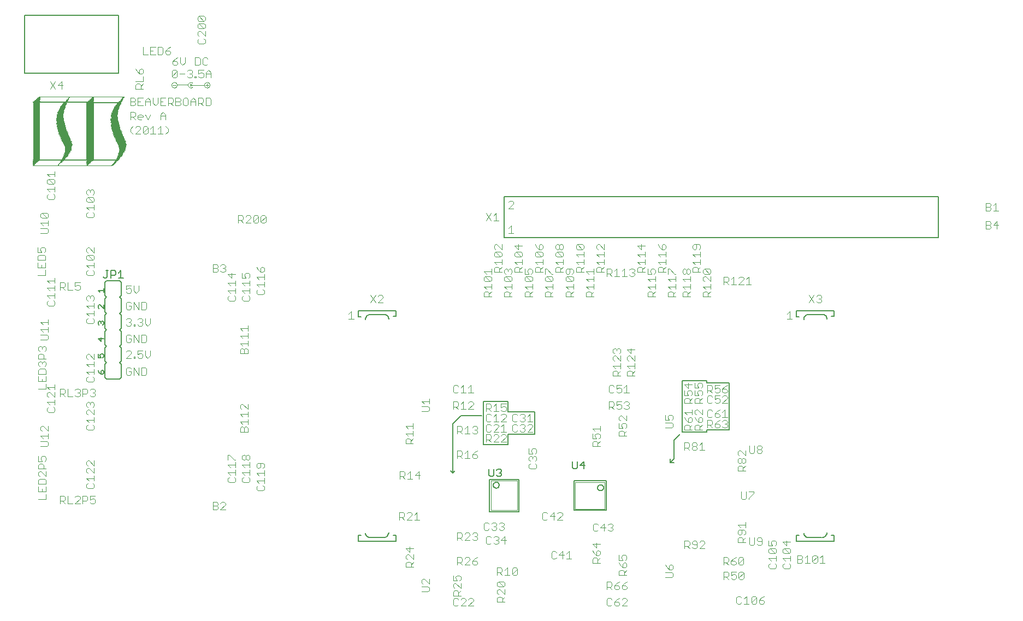
<source format=gto>
G75*
G70*
%OFA0B0*%
%FSLAX24Y24*%
%IPPOS*%
%LPD*%
%AMOC8*
5,1,8,0,0,1.08239X$1,22.5*
%
%ADD10R,0.4830X0.0030*%
%ADD11R,0.4860X0.0030*%
%ADD12R,0.0090X0.0030*%
%ADD13R,0.0060X0.0030*%
%ADD14R,0.0120X0.0030*%
%ADD15R,0.0150X0.0030*%
%ADD16R,0.0180X0.0030*%
%ADD17R,0.0210X0.0030*%
%ADD18R,0.0240X0.0030*%
%ADD19R,0.0270X0.0030*%
%ADD20R,0.0300X0.0030*%
%ADD21R,0.0330X0.0030*%
%ADD22R,0.0360X0.0030*%
%ADD23R,0.0390X0.0030*%
%ADD24R,0.0420X0.0030*%
%ADD25R,0.5220X0.0030*%
%ADD26R,0.5250X0.0030*%
%ADD27R,0.0450X0.0030*%
%ADD28R,0.0480X0.0030*%
%ADD29R,0.0510X0.0030*%
%ADD30R,0.0540X0.0030*%
%ADD31R,0.0570X0.0030*%
%ADD32R,0.2130X0.0030*%
%ADD33R,0.5400X0.0030*%
%ADD34R,0.3720X0.0030*%
%ADD35R,0.5190X0.0030*%
%ADD36C,0.0040*%
%ADD37C,0.0030*%
%ADD38C,0.0060*%
%ADD39C,0.0020*%
%ADD40C,0.0050*%
%ADD41C,0.0080*%
D10*
X003736Y027912D03*
D11*
X003751Y027942D03*
D12*
X002986Y028092D03*
X002956Y028062D03*
X002926Y028032D03*
X002896Y028002D03*
X001366Y027972D03*
X004636Y027972D03*
X003466Y031992D03*
X003496Y032022D03*
X003526Y032052D03*
X003556Y032082D03*
X006796Y032022D03*
D13*
X002881Y027972D03*
D14*
X003031Y028122D03*
X001381Y028002D03*
X004651Y028002D03*
X006181Y027972D03*
X006211Y028002D03*
X006241Y028032D03*
X006271Y028062D03*
X006301Y028092D03*
X006331Y028122D03*
X006361Y028152D03*
X006751Y031962D03*
X006781Y031992D03*
X006811Y032052D03*
X006841Y032082D03*
X004981Y032082D03*
X003451Y031962D03*
X003421Y031932D03*
X001711Y032082D03*
D15*
X003376Y031872D03*
X003406Y031902D03*
X004966Y032052D03*
X006706Y031902D03*
X006736Y031932D03*
X006436Y028242D03*
X006406Y028212D03*
X006376Y028182D03*
X004666Y028032D03*
X003106Y028212D03*
X003076Y028182D03*
X003046Y028152D03*
X001396Y028032D03*
D16*
X001411Y028062D03*
X003121Y028242D03*
X004681Y028062D03*
X006511Y028332D03*
X006661Y031842D03*
X006691Y031872D03*
X004951Y032022D03*
X003361Y031842D03*
X001681Y032052D03*
D17*
X001666Y032022D03*
X003286Y031752D03*
X004936Y031992D03*
X006646Y031812D03*
X006586Y028452D03*
X006556Y028422D03*
X006556Y028392D03*
X006526Y028362D03*
X003256Y028422D03*
X003226Y028392D03*
X003226Y028362D03*
X003196Y028332D03*
X001426Y028092D03*
D18*
X003271Y028452D03*
X003301Y028482D03*
X003331Y028542D03*
X004711Y028092D03*
X006601Y028482D03*
X006541Y031662D03*
X006571Y031692D03*
X006571Y031722D03*
X004921Y031962D03*
X003271Y031722D03*
X003241Y031662D03*
X001651Y031992D03*
D19*
X001636Y031962D03*
X003196Y031602D03*
X003226Y031632D03*
X003256Y031692D03*
X004906Y031932D03*
X006496Y031572D03*
X006526Y031632D03*
X006676Y028602D03*
X006646Y028572D03*
X006646Y028542D03*
X006616Y028512D03*
X004726Y028122D03*
X003376Y028632D03*
X003346Y028572D03*
X003316Y028512D03*
X001456Y028122D03*
D20*
X001471Y028152D03*
X003361Y028602D03*
X003391Y028662D03*
X003421Y028722D03*
X004741Y028152D03*
X006691Y028632D03*
X006691Y028662D03*
X006721Y028692D03*
X006721Y028722D03*
X006451Y031482D03*
X006451Y031512D03*
X006481Y031542D03*
X006511Y031602D03*
X003181Y031572D03*
X003181Y031542D03*
X003151Y031512D03*
X001621Y031932D03*
D21*
X003106Y031422D03*
X003106Y031392D03*
X003076Y031332D03*
X003136Y031452D03*
X003136Y031482D03*
X004876Y031902D03*
X006406Y031422D03*
X006406Y031392D03*
X006436Y031452D03*
X006736Y028752D03*
X004756Y028182D03*
X003436Y028752D03*
X003436Y028782D03*
X003406Y028692D03*
X001486Y028182D03*
D22*
X001501Y028212D03*
X003451Y028812D03*
X003451Y028842D03*
X004771Y028212D03*
X006751Y028782D03*
X006751Y028812D03*
X006751Y028842D03*
X006781Y028902D03*
X006331Y031182D03*
X006361Y031272D03*
X006361Y031302D03*
X006391Y031332D03*
X006391Y031362D03*
X004861Y031872D03*
X003091Y031362D03*
X003061Y031302D03*
X003061Y031272D03*
X003031Y031212D03*
X003001Y031092D03*
X001591Y031902D03*
D23*
X001576Y031872D03*
X003016Y031182D03*
X003016Y031152D03*
X003016Y031122D03*
X002986Y031062D03*
X002986Y031032D03*
X002986Y031002D03*
X002986Y030972D03*
X002986Y030942D03*
X003046Y031242D03*
X004846Y031842D03*
X006346Y031242D03*
X006346Y031212D03*
X006316Y031152D03*
X006316Y031122D03*
X006316Y031092D03*
X006286Y031032D03*
X006286Y031002D03*
X006286Y030972D03*
X006286Y030942D03*
X006286Y030912D03*
X006796Y028932D03*
X006766Y028872D03*
X003466Y028872D03*
X003466Y028902D03*
X003466Y028932D03*
X001516Y028242D03*
D24*
X001531Y028332D03*
X001531Y028362D03*
X001531Y028392D03*
X001531Y028422D03*
X001531Y028452D03*
X001531Y028482D03*
X001531Y028512D03*
X001531Y028542D03*
X001531Y028572D03*
X001531Y028602D03*
X001531Y028632D03*
X001531Y028662D03*
X001531Y028692D03*
X001531Y028722D03*
X001531Y028752D03*
X001531Y028782D03*
X001531Y028812D03*
X001531Y028842D03*
X001531Y028872D03*
X001531Y028902D03*
X001531Y028932D03*
X001531Y028962D03*
X001531Y028992D03*
X001531Y029022D03*
X001531Y029052D03*
X001531Y029082D03*
X001531Y029112D03*
X001531Y029142D03*
X001531Y029172D03*
X001531Y029202D03*
X001531Y029232D03*
X001531Y029262D03*
X001531Y029292D03*
X001531Y029322D03*
X001531Y029352D03*
X001531Y029382D03*
X001531Y029412D03*
X001531Y029442D03*
X001531Y029472D03*
X001531Y029502D03*
X001531Y029532D03*
X001531Y029562D03*
X001531Y029592D03*
X001531Y029622D03*
X001531Y029652D03*
X001531Y029682D03*
X001531Y029712D03*
X001531Y029742D03*
X001531Y029772D03*
X001531Y029802D03*
X001531Y029832D03*
X001531Y029862D03*
X001531Y029892D03*
X001531Y029922D03*
X001531Y029952D03*
X001531Y029982D03*
X001531Y030012D03*
X001531Y030042D03*
X001531Y030072D03*
X001531Y030102D03*
X001531Y030132D03*
X001531Y030162D03*
X001531Y030192D03*
X001531Y030222D03*
X001531Y030252D03*
X001531Y030282D03*
X001531Y030312D03*
X001531Y030342D03*
X001531Y030372D03*
X001531Y030402D03*
X001531Y030432D03*
X001531Y030462D03*
X001531Y030492D03*
X001531Y030522D03*
X001531Y030552D03*
X001531Y030582D03*
X001531Y030612D03*
X001531Y030642D03*
X001531Y030672D03*
X001531Y030702D03*
X001531Y030732D03*
X001531Y030762D03*
X001531Y030792D03*
X001531Y030822D03*
X001531Y030852D03*
X001531Y030882D03*
X001531Y030912D03*
X001531Y030942D03*
X001531Y030972D03*
X001531Y031002D03*
X001531Y031032D03*
X001531Y031062D03*
X001531Y031092D03*
X001531Y031122D03*
X001531Y031152D03*
X001531Y031182D03*
X001531Y031212D03*
X001531Y031242D03*
X001531Y031272D03*
X001531Y031302D03*
X001531Y031332D03*
X001531Y031362D03*
X001531Y031392D03*
X001531Y031422D03*
X001531Y031452D03*
X001531Y031482D03*
X001531Y031512D03*
X001531Y031542D03*
X001531Y031572D03*
X001531Y031602D03*
X001531Y031632D03*
X001531Y031662D03*
X001531Y031692D03*
X001531Y031722D03*
X001531Y031752D03*
X001561Y031842D03*
X002971Y030912D03*
X002971Y030882D03*
X002971Y030852D03*
X003481Y029082D03*
X003481Y029052D03*
X003481Y029022D03*
X003481Y028992D03*
X003481Y028962D03*
X004801Y028242D03*
X006781Y028962D03*
X006781Y028992D03*
X006781Y029022D03*
X006301Y030822D03*
X006301Y030852D03*
X006301Y030882D03*
X006301Y031062D03*
D25*
X004291Y032112D03*
X003931Y028272D03*
D26*
X003946Y028302D03*
D27*
X004816Y028332D03*
X004816Y028362D03*
X004816Y028392D03*
X004816Y028422D03*
X004816Y028452D03*
X004816Y028482D03*
X004816Y028512D03*
X004816Y028542D03*
X004816Y028572D03*
X004816Y028602D03*
X004816Y028632D03*
X004816Y028662D03*
X004816Y028692D03*
X004816Y028722D03*
X004816Y028752D03*
X004816Y028782D03*
X004816Y028812D03*
X004816Y028842D03*
X004816Y028872D03*
X004816Y028902D03*
X004816Y028932D03*
X004816Y028962D03*
X004816Y028992D03*
X004816Y029022D03*
X004816Y029052D03*
X004816Y029082D03*
X004816Y029112D03*
X004816Y029142D03*
X004816Y029172D03*
X004816Y029202D03*
X004816Y029232D03*
X004816Y029262D03*
X004816Y029292D03*
X004816Y029322D03*
X004816Y029352D03*
X004816Y029382D03*
X004816Y029412D03*
X004816Y029442D03*
X004816Y029472D03*
X004816Y029502D03*
X004816Y029532D03*
X004816Y029562D03*
X004816Y029592D03*
X004816Y029622D03*
X004816Y029652D03*
X004816Y029682D03*
X004816Y029712D03*
X004816Y029742D03*
X004816Y029772D03*
X004816Y029802D03*
X004816Y029832D03*
X004816Y029862D03*
X004816Y029892D03*
X004816Y029922D03*
X004816Y029952D03*
X004816Y029982D03*
X004816Y030012D03*
X004816Y030042D03*
X004816Y030072D03*
X004816Y030102D03*
X004816Y030132D03*
X004816Y030162D03*
X004816Y030192D03*
X004816Y030222D03*
X004816Y030252D03*
X004816Y030282D03*
X004816Y030312D03*
X004816Y030342D03*
X004816Y030372D03*
X004816Y030402D03*
X004816Y030432D03*
X004816Y030462D03*
X004816Y030492D03*
X004816Y030522D03*
X004816Y030552D03*
X004816Y030582D03*
X004816Y030612D03*
X004816Y030642D03*
X004816Y030672D03*
X004816Y030702D03*
X004816Y030732D03*
X004816Y030762D03*
X004816Y030792D03*
X004816Y030822D03*
X004816Y030852D03*
X004816Y030882D03*
X004816Y030912D03*
X004816Y030942D03*
X004816Y030972D03*
X004816Y031002D03*
X004816Y031032D03*
X004816Y031062D03*
X004816Y031092D03*
X004816Y031122D03*
X004816Y031152D03*
X004816Y031182D03*
X004816Y031212D03*
X004816Y031242D03*
X004816Y031272D03*
X004816Y031302D03*
X004816Y031332D03*
X004816Y031362D03*
X004816Y031392D03*
X004816Y031422D03*
X004816Y031452D03*
X004816Y031482D03*
X004816Y031512D03*
X004816Y031542D03*
X004816Y031572D03*
X004816Y031602D03*
X004816Y031632D03*
X004816Y031662D03*
X004816Y031692D03*
X004816Y031722D03*
X006286Y030792D03*
X006286Y030762D03*
X006286Y030732D03*
X006286Y030702D03*
X006796Y029112D03*
X006796Y029082D03*
X006796Y029052D03*
X002986Y030672D03*
X002986Y030702D03*
X002986Y030732D03*
X002986Y030762D03*
X002986Y030792D03*
X002986Y030822D03*
D28*
X003001Y030642D03*
X003001Y030612D03*
X003001Y030582D03*
X003001Y030552D03*
X003031Y030432D03*
X003481Y029172D03*
X003481Y029142D03*
X003481Y029112D03*
X006331Y030462D03*
X006331Y030492D03*
X006331Y030522D03*
X006301Y030582D03*
X006301Y030612D03*
X006301Y030642D03*
X006301Y030672D03*
X006781Y029172D03*
X006781Y029142D03*
D29*
X006766Y029202D03*
X006766Y029232D03*
X006376Y030252D03*
X006376Y030282D03*
X006346Y030342D03*
X006346Y030372D03*
X006346Y030402D03*
X006346Y030432D03*
X006316Y030552D03*
X003466Y029232D03*
X003466Y029202D03*
X003436Y029292D03*
X003076Y030252D03*
X003046Y030342D03*
X003046Y030372D03*
X003046Y030402D03*
X003016Y030462D03*
X003016Y030492D03*
X003016Y030522D03*
D30*
X003061Y030312D03*
X003061Y030282D03*
X003091Y030222D03*
X003091Y030192D03*
X003091Y030162D03*
X003121Y030132D03*
X003121Y030102D03*
X003121Y030072D03*
X003151Y030012D03*
X003151Y029982D03*
X003181Y029922D03*
X003211Y029832D03*
X003241Y029772D03*
X003271Y029682D03*
X003301Y029622D03*
X003331Y029532D03*
X003361Y029472D03*
X003391Y029412D03*
X003421Y029352D03*
X003421Y029322D03*
X003451Y029262D03*
X006391Y030162D03*
X006391Y030192D03*
X006391Y030222D03*
X006421Y030132D03*
X006421Y030102D03*
X006451Y030042D03*
X006451Y030012D03*
X006481Y029952D03*
X006481Y029922D03*
X006511Y029862D03*
X006541Y029772D03*
X006571Y029712D03*
X006601Y029622D03*
X006631Y029562D03*
X006661Y029502D03*
X006691Y029412D03*
X006721Y029352D03*
X006721Y029322D03*
X006751Y029292D03*
X006751Y029262D03*
X006361Y030312D03*
D31*
X006436Y030072D03*
X006466Y029982D03*
X006496Y029892D03*
X006526Y029832D03*
X006526Y029802D03*
X006556Y029742D03*
X006586Y029682D03*
X006586Y029652D03*
X006616Y029592D03*
X006646Y029532D03*
X006676Y029472D03*
X006676Y029442D03*
X006706Y029382D03*
X003406Y029382D03*
X003376Y029442D03*
X003346Y029502D03*
X003316Y029562D03*
X003316Y029592D03*
X003286Y029652D03*
X003256Y029712D03*
X003256Y029742D03*
X003226Y029802D03*
X003196Y029862D03*
X003196Y029892D03*
X003166Y029952D03*
X003136Y030042D03*
D32*
X005656Y031752D03*
D33*
X004021Y031782D03*
D34*
X003181Y031812D03*
D35*
X004306Y032142D03*
D36*
X002119Y007601D02*
X001659Y007601D01*
X002119Y007601D02*
X002119Y007908D01*
X002119Y008062D02*
X002119Y008369D01*
X002119Y008522D02*
X002119Y008752D01*
X002042Y008829D01*
X001735Y008829D01*
X001659Y008752D01*
X001659Y008522D01*
X002119Y008522D01*
X001889Y008215D02*
X001889Y008062D01*
X001659Y008062D02*
X002119Y008062D01*
X001659Y008062D02*
X001659Y008369D01*
X001735Y008982D02*
X001659Y009059D01*
X001659Y009213D01*
X001735Y009289D01*
X001812Y009289D01*
X002119Y008982D01*
X002119Y009289D01*
X002119Y009443D02*
X001659Y009443D01*
X001659Y009673D01*
X001735Y009750D01*
X001889Y009750D01*
X001966Y009673D01*
X001966Y009443D01*
X002042Y009903D02*
X002119Y009980D01*
X002119Y010133D01*
X002042Y010210D01*
X001889Y010210D01*
X001812Y010133D01*
X001812Y010057D01*
X001889Y009903D01*
X001659Y009903D01*
X001659Y010210D01*
X001796Y010832D02*
X002180Y010832D01*
X002256Y010909D01*
X002256Y011063D01*
X002180Y011139D01*
X001796Y011139D01*
X001950Y011293D02*
X001796Y011446D01*
X002256Y011446D01*
X002256Y011293D02*
X002256Y011600D01*
X002256Y011753D02*
X001950Y012060D01*
X001873Y012060D01*
X001796Y011983D01*
X001796Y011830D01*
X001873Y011753D01*
X002256Y011753D02*
X002256Y012060D01*
X002273Y012907D02*
X002580Y012907D01*
X002656Y012984D01*
X002656Y013138D01*
X002580Y013214D01*
X002656Y013368D02*
X002656Y013675D01*
X002656Y013828D02*
X002350Y014135D01*
X002273Y014135D01*
X002196Y014058D01*
X002196Y013905D01*
X002273Y013828D01*
X002196Y013521D02*
X002656Y013521D01*
X002656Y013828D02*
X002656Y014135D01*
X002656Y014289D02*
X002656Y014595D01*
X002656Y014442D02*
X002196Y014442D01*
X002350Y014289D01*
X002119Y014320D02*
X002119Y014627D01*
X002119Y014781D02*
X002119Y015087D01*
X002119Y015241D02*
X002119Y015471D01*
X002042Y015548D01*
X001735Y015548D01*
X001659Y015471D01*
X001659Y015241D01*
X002119Y015241D01*
X001889Y014934D02*
X001889Y014781D01*
X001659Y014781D02*
X002119Y014781D01*
X001659Y014781D02*
X001659Y015087D01*
X001735Y015701D02*
X001659Y015778D01*
X001659Y015931D01*
X001735Y016008D01*
X001812Y016008D01*
X001889Y015931D01*
X001965Y016008D01*
X002042Y016008D01*
X002119Y015931D01*
X002119Y015778D01*
X002042Y015701D01*
X001889Y015855D02*
X001889Y015931D01*
X001965Y016162D02*
X001965Y016392D01*
X001889Y016468D01*
X001735Y016468D01*
X001659Y016392D01*
X001659Y016162D01*
X002119Y016162D01*
X002042Y016622D02*
X002119Y016699D01*
X002119Y016852D01*
X002042Y016929D01*
X001965Y016929D01*
X001889Y016852D01*
X001889Y016775D01*
X001889Y016852D02*
X001812Y016929D01*
X001735Y016929D01*
X001659Y016852D01*
X001659Y016699D01*
X001735Y016622D01*
X001796Y017332D02*
X002180Y017332D01*
X002256Y017409D01*
X002256Y017563D01*
X002180Y017639D01*
X001796Y017639D01*
X001950Y017793D02*
X001796Y017946D01*
X002256Y017946D01*
X002256Y017793D02*
X002256Y018100D01*
X002256Y018253D02*
X002256Y018560D01*
X002256Y018407D02*
X001796Y018407D01*
X001950Y018253D01*
X002273Y019407D02*
X002580Y019407D01*
X002656Y019484D01*
X002656Y019638D01*
X002580Y019714D01*
X002656Y019868D02*
X002656Y020175D01*
X002656Y020328D02*
X002656Y020635D01*
X002656Y020482D02*
X002196Y020482D01*
X002350Y020328D01*
X002196Y020021D02*
X002656Y020021D01*
X002350Y019868D02*
X002196Y020021D01*
X002273Y019714D02*
X002196Y019638D01*
X002196Y019484D01*
X002273Y019407D01*
X002971Y020364D02*
X002971Y020824D01*
X003202Y020824D01*
X003278Y020747D01*
X003278Y020594D01*
X003202Y020517D01*
X002971Y020517D01*
X003125Y020517D02*
X003278Y020364D01*
X003432Y020364D02*
X003739Y020364D01*
X003892Y020440D02*
X003969Y020364D01*
X004122Y020364D01*
X004199Y020440D01*
X004199Y020594D01*
X004122Y020671D01*
X004046Y020671D01*
X003892Y020594D01*
X003892Y020824D01*
X004199Y020824D01*
X004667Y021260D02*
X004973Y021260D01*
X005050Y021336D01*
X005050Y021490D01*
X004973Y021567D01*
X005050Y021720D02*
X005050Y022027D01*
X005050Y021873D02*
X004590Y021873D01*
X004743Y021720D01*
X004667Y021567D02*
X004590Y021490D01*
X004590Y021336D01*
X004667Y021260D01*
X004667Y022180D02*
X004590Y022257D01*
X004590Y022411D01*
X004667Y022487D01*
X004973Y022180D01*
X005050Y022257D01*
X005050Y022411D01*
X004973Y022487D01*
X004667Y022487D01*
X004667Y022641D02*
X004590Y022717D01*
X004590Y022871D01*
X004667Y022948D01*
X004743Y022948D01*
X005050Y022641D01*
X005050Y022948D01*
X004973Y022180D02*
X004667Y022180D01*
X003432Y020824D02*
X003432Y020364D01*
X002656Y020789D02*
X002656Y021095D01*
X002656Y020942D02*
X002196Y020942D01*
X002350Y020789D01*
X002088Y021272D02*
X001627Y021272D01*
X001627Y021733D02*
X002088Y021733D01*
X002088Y022039D01*
X002088Y022193D02*
X002088Y022423D01*
X002011Y022500D01*
X001704Y022500D01*
X001627Y022423D01*
X001627Y022193D01*
X002088Y022193D01*
X001858Y021886D02*
X001858Y021733D01*
X001627Y021733D02*
X001627Y022039D01*
X001627Y022653D02*
X001858Y022653D01*
X001781Y022807D01*
X001781Y022883D01*
X001858Y022960D01*
X002011Y022960D01*
X002088Y022883D01*
X002088Y022730D01*
X002011Y022653D01*
X001627Y022653D02*
X001627Y022960D01*
X001796Y023832D02*
X002180Y023832D01*
X002256Y023909D01*
X002256Y024063D01*
X002180Y024139D01*
X001796Y024139D01*
X001950Y024293D02*
X001796Y024446D01*
X002256Y024446D01*
X002256Y024293D02*
X002256Y024600D01*
X002180Y024753D02*
X001873Y025060D01*
X002180Y025060D01*
X002256Y024983D01*
X002256Y024830D01*
X002180Y024753D01*
X001873Y024753D01*
X001796Y024830D01*
X001796Y024983D01*
X001873Y025060D01*
X002273Y025907D02*
X002580Y025907D01*
X002656Y025984D01*
X002656Y026138D01*
X002580Y026214D01*
X002656Y026368D02*
X002656Y026675D01*
X002656Y026521D02*
X002196Y026521D01*
X002350Y026368D01*
X002273Y026214D02*
X002196Y026138D01*
X002196Y025984D01*
X002273Y025907D01*
X002273Y026828D02*
X002196Y026905D01*
X002196Y027058D01*
X002273Y027135D01*
X002580Y026828D01*
X002656Y026905D01*
X002656Y027058D01*
X002580Y027135D01*
X002273Y027135D01*
X002350Y027289D02*
X002196Y027442D01*
X002656Y027442D01*
X002656Y027289D02*
X002656Y027595D01*
X002580Y026828D02*
X002273Y026828D01*
X004590Y026402D02*
X004590Y026249D01*
X004667Y026172D01*
X004667Y026019D02*
X004974Y025712D01*
X005050Y025788D01*
X005050Y025942D01*
X004974Y026019D01*
X004667Y026019D01*
X004590Y025942D01*
X004590Y025788D01*
X004667Y025712D01*
X004974Y025712D01*
X005050Y025558D02*
X005050Y025251D01*
X005050Y025405D02*
X004590Y025405D01*
X004743Y025251D01*
X004667Y025098D02*
X004590Y025021D01*
X004590Y024868D01*
X004667Y024791D01*
X004974Y024791D01*
X005050Y024868D01*
X005050Y025021D01*
X004974Y025098D01*
X004974Y026172D02*
X005050Y026249D01*
X005050Y026402D01*
X004974Y026479D01*
X004897Y026479D01*
X004820Y026402D01*
X004820Y026325D01*
X004820Y026402D02*
X004743Y026479D01*
X004667Y026479D01*
X004590Y026402D01*
X007420Y029887D02*
X007266Y030041D01*
X007266Y030194D01*
X007420Y030348D01*
X007573Y030271D02*
X007650Y030348D01*
X007804Y030348D01*
X007880Y030271D01*
X007880Y030194D01*
X007573Y029887D01*
X007880Y029887D01*
X008034Y029964D02*
X008341Y030271D01*
X008341Y029964D01*
X008264Y029887D01*
X008110Y029887D01*
X008034Y029964D01*
X008034Y030271D01*
X008110Y030348D01*
X008264Y030348D01*
X008341Y030271D01*
X008494Y030194D02*
X008647Y030348D01*
X008647Y029887D01*
X008494Y029887D02*
X008801Y029887D01*
X008954Y029887D02*
X009261Y029887D01*
X009108Y029887D02*
X009108Y030348D01*
X008954Y030194D01*
X009415Y030348D02*
X009568Y030194D01*
X009568Y030041D01*
X009415Y029887D01*
X009415Y030762D02*
X009415Y031069D01*
X009261Y031223D01*
X009108Y031069D01*
X009108Y030762D01*
X009108Y030993D02*
X009415Y030993D01*
X009415Y031622D02*
X009108Y031622D01*
X009108Y032083D01*
X009415Y032083D01*
X009568Y032083D02*
X009798Y032083D01*
X009875Y032006D01*
X009875Y031853D01*
X009798Y031776D01*
X009568Y031776D01*
X009568Y031622D02*
X009568Y032083D01*
X009722Y031776D02*
X009875Y031622D01*
X010029Y031622D02*
X010259Y031622D01*
X010335Y031699D01*
X010335Y031776D01*
X010259Y031853D01*
X010029Y031853D01*
X010259Y031853D02*
X010335Y031929D01*
X010335Y032006D01*
X010259Y032083D01*
X010029Y032083D01*
X010029Y031622D01*
X010489Y031699D02*
X010489Y032006D01*
X010566Y032083D01*
X010719Y032083D01*
X010796Y032006D01*
X010796Y031699D01*
X010719Y031622D01*
X010566Y031622D01*
X010489Y031699D01*
X010949Y031622D02*
X010949Y031929D01*
X011103Y032083D01*
X011256Y031929D01*
X011256Y031622D01*
X011410Y031622D02*
X011410Y032083D01*
X011640Y032083D01*
X011717Y032006D01*
X011717Y031853D01*
X011640Y031776D01*
X011410Y031776D01*
X011563Y031776D02*
X011717Y031622D01*
X011870Y031622D02*
X012100Y031622D01*
X012177Y031699D01*
X012177Y032006D01*
X012100Y032083D01*
X011870Y032083D01*
X011870Y031622D01*
X011256Y031853D02*
X010949Y031853D01*
X010966Y033332D02*
X010813Y033332D01*
X010736Y033409D01*
X010889Y033563D02*
X010966Y033563D01*
X011043Y033486D01*
X011043Y033409D01*
X010966Y033332D01*
X011196Y033332D02*
X011273Y033332D01*
X011273Y033409D01*
X011196Y033409D01*
X011196Y033332D01*
X011426Y033409D02*
X011503Y033332D01*
X011657Y033332D01*
X011733Y033409D01*
X011733Y033563D01*
X011657Y033639D01*
X011580Y033639D01*
X011426Y033563D01*
X011426Y033793D01*
X011733Y033793D01*
X011887Y033639D02*
X012040Y033793D01*
X012194Y033639D01*
X012194Y033332D01*
X012194Y033563D02*
X011887Y033563D01*
X011887Y033639D02*
X011887Y033332D01*
X011043Y033639D02*
X010966Y033563D01*
X011043Y033639D02*
X011043Y033716D01*
X010966Y033793D01*
X010813Y033793D01*
X010736Y033716D01*
X010582Y033563D02*
X010276Y033563D01*
X010122Y033716D02*
X009815Y033409D01*
X009892Y033332D01*
X010045Y033332D01*
X010122Y033409D01*
X010122Y033716D01*
X010045Y033793D01*
X009892Y033793D01*
X009815Y033716D01*
X009815Y033409D01*
X009923Y034082D02*
X010077Y034082D01*
X010153Y034159D01*
X010153Y034236D01*
X010077Y034313D01*
X009846Y034313D01*
X009846Y034159D01*
X009923Y034082D01*
X009846Y034313D02*
X010000Y034466D01*
X010153Y034543D01*
X010307Y034543D02*
X010307Y034236D01*
X010460Y034082D01*
X010614Y034236D01*
X010614Y034543D01*
X011228Y034543D02*
X011228Y034082D01*
X011458Y034082D01*
X011534Y034159D01*
X011534Y034466D01*
X011458Y034543D01*
X011228Y034543D01*
X011688Y034466D02*
X011688Y034159D01*
X011765Y034082D01*
X011918Y034082D01*
X011995Y034159D01*
X011995Y034466D02*
X011918Y034543D01*
X011765Y034543D01*
X011688Y034466D01*
X011761Y035395D02*
X011454Y035395D01*
X011377Y035472D01*
X011377Y035625D01*
X011454Y035702D01*
X011454Y035855D02*
X011377Y035932D01*
X011377Y036085D01*
X011454Y036162D01*
X011531Y036162D01*
X011838Y035855D01*
X011838Y036162D01*
X011761Y036316D02*
X011454Y036623D01*
X011761Y036623D01*
X011838Y036546D01*
X011838Y036392D01*
X011761Y036316D01*
X011454Y036316D01*
X011377Y036392D01*
X011377Y036546D01*
X011454Y036623D01*
X011454Y036776D02*
X011377Y036853D01*
X011377Y037006D01*
X011454Y037083D01*
X011761Y036776D01*
X011838Y036853D01*
X011838Y037006D01*
X011761Y037083D01*
X011454Y037083D01*
X011454Y036776D02*
X011761Y036776D01*
X011761Y035702D02*
X011838Y035625D01*
X011838Y035472D01*
X011761Y035395D01*
X009722Y035199D02*
X009568Y035122D01*
X009415Y034969D01*
X009645Y034969D01*
X009722Y034892D01*
X009722Y034815D01*
X009645Y034739D01*
X009492Y034739D01*
X009415Y034815D01*
X009415Y034969D01*
X009262Y035122D02*
X009262Y034815D01*
X009185Y034739D01*
X008955Y034739D01*
X008955Y035199D01*
X009185Y035199D01*
X009262Y035122D01*
X008801Y035199D02*
X008494Y035199D01*
X008494Y034739D01*
X008801Y034739D01*
X008648Y034969D02*
X008494Y034969D01*
X008341Y034739D02*
X008034Y034739D01*
X008034Y035199D01*
X007980Y033866D02*
X007903Y033866D01*
X007826Y033790D01*
X007826Y033559D01*
X007980Y033559D01*
X008056Y033636D01*
X008056Y033790D01*
X007980Y033866D01*
X007673Y033713D02*
X007826Y033559D01*
X007673Y033713D02*
X007596Y033866D01*
X008056Y033406D02*
X008056Y033099D01*
X007596Y033099D01*
X007673Y032946D02*
X007826Y032946D01*
X007903Y032869D01*
X007903Y032639D01*
X007903Y032792D02*
X008056Y032946D01*
X008056Y032639D02*
X007596Y032639D01*
X007596Y032869D01*
X007673Y032946D01*
X007727Y032083D02*
X007727Y031622D01*
X008034Y031622D01*
X008187Y031622D02*
X008187Y031929D01*
X008341Y032083D01*
X008494Y031929D01*
X008494Y031622D01*
X008648Y031776D02*
X008801Y031622D01*
X008954Y031776D01*
X008954Y032083D01*
X009108Y031853D02*
X009261Y031853D01*
X008648Y031776D02*
X008648Y032083D01*
X008494Y031853D02*
X008187Y031853D01*
X008034Y032083D02*
X007727Y032083D01*
X007573Y032006D02*
X007573Y031929D01*
X007497Y031853D01*
X007266Y031853D01*
X007266Y032083D02*
X007497Y032083D01*
X007573Y032006D01*
X007497Y031853D02*
X007573Y031776D01*
X007573Y031699D01*
X007497Y031622D01*
X007266Y031622D01*
X007266Y032083D01*
X007727Y031853D02*
X007880Y031853D01*
X007497Y031223D02*
X007573Y031146D01*
X007573Y030993D01*
X007497Y030916D01*
X007266Y030916D01*
X007266Y030762D02*
X007266Y031223D01*
X007497Y031223D01*
X007420Y030916D02*
X007573Y030762D01*
X007727Y030839D02*
X007727Y030993D01*
X007804Y031069D01*
X007957Y031069D01*
X008034Y030993D01*
X008034Y030916D01*
X007727Y030916D01*
X007727Y030839D02*
X007804Y030762D01*
X007957Y030762D01*
X008187Y031069D02*
X008341Y030762D01*
X008494Y031069D01*
X003156Y032852D02*
X002849Y032852D01*
X003079Y033082D01*
X003079Y032622D01*
X002695Y032622D02*
X002388Y033082D01*
X002695Y033082D02*
X002388Y032622D01*
X013849Y024918D02*
X013849Y024457D01*
X013849Y024611D02*
X014079Y024611D01*
X014156Y024688D01*
X014156Y024841D01*
X014079Y024918D01*
X013849Y024918D01*
X014002Y024611D02*
X014156Y024457D01*
X014309Y024457D02*
X014616Y024764D01*
X014616Y024841D01*
X014539Y024918D01*
X014386Y024918D01*
X014309Y024841D01*
X014309Y024457D02*
X014616Y024457D01*
X014769Y024534D02*
X015076Y024841D01*
X015076Y024534D01*
X015000Y024457D01*
X014846Y024457D01*
X014769Y024534D01*
X014769Y024841D01*
X014846Y024918D01*
X015000Y024918D01*
X015076Y024841D01*
X015230Y024841D02*
X015306Y024918D01*
X015460Y024918D01*
X015537Y024841D01*
X015230Y024534D01*
X015306Y024457D01*
X015460Y024457D01*
X015537Y024534D01*
X015537Y024841D01*
X015230Y024841D02*
X015230Y024534D01*
X015278Y021770D02*
X015201Y021694D01*
X015201Y021464D01*
X015355Y021464D01*
X015431Y021540D01*
X015431Y021694D01*
X015355Y021770D01*
X015278Y021770D01*
X015048Y021617D02*
X015201Y021464D01*
X015048Y021617D02*
X014971Y021770D01*
X014556Y021319D02*
X014556Y021165D01*
X014480Y021089D01*
X014326Y021089D02*
X014250Y021242D01*
X014250Y021319D01*
X014326Y021395D01*
X014480Y021395D01*
X014556Y021319D01*
X014326Y021089D02*
X014096Y021089D01*
X014096Y021395D01*
X013681Y021319D02*
X013221Y021319D01*
X013451Y021089D01*
X013451Y021395D01*
X013068Y021534D02*
X012991Y021457D01*
X012838Y021457D01*
X012761Y021534D01*
X012608Y021534D02*
X012531Y021457D01*
X012301Y021457D01*
X012301Y021918D01*
X012531Y021918D01*
X012608Y021841D01*
X012608Y021764D01*
X012531Y021688D01*
X012301Y021688D01*
X012531Y021688D02*
X012608Y021611D01*
X012608Y021534D01*
X012914Y021688D02*
X012991Y021688D01*
X013068Y021611D01*
X013068Y021534D01*
X012991Y021688D02*
X013068Y021764D01*
X013068Y021841D01*
X012991Y021918D01*
X012838Y021918D01*
X012761Y021841D01*
X013221Y020782D02*
X013681Y020782D01*
X013681Y020935D02*
X013681Y020628D01*
X013681Y020475D02*
X013681Y020168D01*
X013681Y020321D02*
X013221Y020321D01*
X013375Y020168D01*
X013298Y020014D02*
X013221Y019938D01*
X013221Y019784D01*
X013298Y019707D01*
X013605Y019707D01*
X013681Y019784D01*
X013681Y019938D01*
X013605Y020014D01*
X014096Y019938D02*
X014096Y019784D01*
X014173Y019707D01*
X014480Y019707D01*
X014556Y019784D01*
X014556Y019938D01*
X014480Y020014D01*
X014556Y020168D02*
X014556Y020475D01*
X014556Y020628D02*
X014556Y020935D01*
X014556Y020782D02*
X014096Y020782D01*
X014250Y020628D01*
X014096Y020321D02*
X014556Y020321D01*
X014250Y020168D02*
X014096Y020321D01*
X014173Y020014D02*
X014096Y019938D01*
X014971Y020159D02*
X014971Y020313D01*
X015048Y020389D01*
X015125Y020543D02*
X014971Y020696D01*
X015431Y020696D01*
X015431Y020543D02*
X015431Y020850D01*
X015431Y021003D02*
X015431Y021310D01*
X015431Y021157D02*
X014971Y021157D01*
X015125Y021003D01*
X015355Y020389D02*
X015431Y020313D01*
X015431Y020159D01*
X015355Y020082D01*
X015048Y020082D01*
X014971Y020159D01*
X013375Y020628D02*
X013221Y020782D01*
X014431Y018179D02*
X014431Y017872D01*
X014431Y018025D02*
X013971Y018025D01*
X014125Y017872D01*
X014431Y017719D02*
X014431Y017412D01*
X014431Y017565D02*
X013971Y017565D01*
X014125Y017412D01*
X014431Y017258D02*
X014431Y016951D01*
X014431Y017105D02*
X013971Y017105D01*
X014125Y016951D01*
X014125Y016798D02*
X014201Y016721D01*
X014201Y016491D01*
X014431Y016491D02*
X013971Y016491D01*
X013971Y016721D01*
X014048Y016798D01*
X014125Y016798D01*
X014201Y016721D02*
X014278Y016798D01*
X014355Y016798D01*
X014431Y016721D01*
X014431Y016491D01*
X014431Y013395D02*
X014431Y013089D01*
X014125Y013395D01*
X014048Y013395D01*
X013971Y013319D01*
X013971Y013165D01*
X014048Y013089D01*
X013971Y012782D02*
X014431Y012782D01*
X014431Y012935D02*
X014431Y012628D01*
X014431Y012475D02*
X014431Y012168D01*
X014431Y012321D02*
X013971Y012321D01*
X014125Y012168D01*
X014125Y012014D02*
X014048Y012014D01*
X013971Y011938D01*
X013971Y011707D01*
X014431Y011707D01*
X014431Y011938D01*
X014355Y012014D01*
X014278Y012014D01*
X014201Y011938D01*
X014201Y011707D01*
X014201Y011938D02*
X014125Y012014D01*
X014125Y012628D02*
X013971Y012782D01*
X014173Y010304D02*
X014250Y010304D01*
X014326Y010227D01*
X014326Y010074D01*
X014250Y009997D01*
X014173Y009997D01*
X014096Y010074D01*
X014096Y010227D01*
X014173Y010304D01*
X014326Y010227D02*
X014403Y010304D01*
X014480Y010304D01*
X014556Y010227D01*
X014556Y010074D01*
X014480Y009997D01*
X014403Y009997D01*
X014326Y010074D01*
X014556Y009844D02*
X014556Y009537D01*
X014556Y009690D02*
X014096Y009690D01*
X014250Y009537D01*
X014556Y009383D02*
X014556Y009076D01*
X014556Y009230D02*
X014096Y009230D01*
X014250Y009076D01*
X014173Y008923D02*
X014096Y008846D01*
X014096Y008693D01*
X014173Y008616D01*
X014480Y008616D01*
X014556Y008693D01*
X014556Y008846D01*
X014480Y008923D01*
X014971Y008730D02*
X015431Y008730D01*
X015431Y008883D02*
X015431Y008576D01*
X015355Y008423D02*
X015431Y008346D01*
X015431Y008193D01*
X015355Y008116D01*
X015048Y008116D01*
X014971Y008193D01*
X014971Y008346D01*
X015048Y008423D01*
X015125Y008576D02*
X014971Y008730D01*
X015125Y009037D02*
X014971Y009190D01*
X015431Y009190D01*
X015431Y009037D02*
X015431Y009344D01*
X015355Y009497D02*
X015431Y009574D01*
X015431Y009727D01*
X015355Y009804D01*
X015048Y009804D01*
X014971Y009727D01*
X014971Y009574D01*
X015048Y009497D01*
X015125Y009497D01*
X015201Y009574D01*
X015201Y009804D01*
X013681Y009844D02*
X013681Y009537D01*
X013681Y009690D02*
X013221Y009690D01*
X013375Y009537D01*
X013681Y009383D02*
X013681Y009076D01*
X013681Y009230D02*
X013221Y009230D01*
X013375Y009076D01*
X013298Y008923D02*
X013221Y008846D01*
X013221Y008693D01*
X013298Y008616D01*
X013605Y008616D01*
X013681Y008693D01*
X013681Y008846D01*
X013605Y008923D01*
X013605Y009997D02*
X013298Y010304D01*
X013221Y010304D01*
X013221Y009997D01*
X013605Y009997D02*
X013681Y009997D01*
X012991Y007418D02*
X012838Y007418D01*
X012761Y007341D01*
X012608Y007341D02*
X012608Y007264D01*
X012531Y007188D01*
X012301Y007188D01*
X012301Y007418D02*
X012531Y007418D01*
X012608Y007341D01*
X012531Y007188D02*
X012608Y007111D01*
X012608Y007034D01*
X012531Y006957D01*
X012301Y006957D01*
X012301Y007418D01*
X012761Y006957D02*
X013068Y007264D01*
X013068Y007341D01*
X012991Y007418D01*
X013068Y006957D02*
X012761Y006957D01*
X005120Y007409D02*
X005043Y007332D01*
X004890Y007332D01*
X004813Y007409D01*
X004813Y007563D02*
X004966Y007639D01*
X005043Y007639D01*
X005120Y007563D01*
X005120Y007409D01*
X004813Y007563D02*
X004813Y007793D01*
X005120Y007793D01*
X004659Y007716D02*
X004659Y007563D01*
X004583Y007486D01*
X004353Y007486D01*
X004353Y007332D02*
X004353Y007793D01*
X004583Y007793D01*
X004659Y007716D01*
X004199Y007716D02*
X004199Y007639D01*
X003892Y007332D01*
X004199Y007332D01*
X004199Y007716D02*
X004122Y007793D01*
X003969Y007793D01*
X003892Y007716D01*
X003739Y007332D02*
X003432Y007332D01*
X003432Y007793D01*
X003278Y007716D02*
X003278Y007563D01*
X003202Y007486D01*
X002971Y007486D01*
X002971Y007332D02*
X002971Y007793D01*
X003202Y007793D01*
X003278Y007716D01*
X003125Y007486D02*
X003278Y007332D01*
X004590Y008336D02*
X004667Y008260D01*
X004974Y008260D01*
X005050Y008336D01*
X005050Y008490D01*
X004974Y008567D01*
X005050Y008720D02*
X005050Y009027D01*
X005050Y009180D02*
X004743Y009487D01*
X004667Y009487D01*
X004590Y009411D01*
X004590Y009257D01*
X004667Y009180D01*
X004590Y008873D02*
X005050Y008873D01*
X005050Y009180D02*
X005050Y009487D01*
X005050Y009641D02*
X004743Y009948D01*
X004667Y009948D01*
X004590Y009871D01*
X004590Y009717D01*
X004667Y009641D01*
X005050Y009641D02*
X005050Y009948D01*
X004590Y008873D02*
X004743Y008720D01*
X004667Y008567D02*
X004590Y008490D01*
X004590Y008336D01*
X004667Y011822D02*
X004974Y011822D01*
X005050Y011899D01*
X005050Y012052D01*
X004974Y012129D01*
X005050Y012283D02*
X005050Y012589D01*
X005050Y012436D02*
X004590Y012436D01*
X004743Y012283D01*
X004667Y012129D02*
X004590Y012052D01*
X004590Y011899D01*
X004667Y011822D01*
X004667Y012743D02*
X004590Y012820D01*
X004590Y012973D01*
X004667Y013050D01*
X004743Y013050D01*
X005050Y012743D01*
X005050Y013050D01*
X004974Y013203D02*
X005050Y013280D01*
X005050Y013433D01*
X004974Y013510D01*
X004897Y013510D01*
X004820Y013433D01*
X004820Y013357D01*
X004820Y013433D02*
X004743Y013510D01*
X004667Y013510D01*
X004590Y013433D01*
X004590Y013280D01*
X004667Y013203D01*
X004890Y013864D02*
X004813Y013940D01*
X004890Y013864D02*
X005043Y013864D01*
X005120Y013940D01*
X005120Y014017D01*
X005043Y014094D01*
X004966Y014094D01*
X005043Y014094D02*
X005120Y014171D01*
X005120Y014247D01*
X005043Y014324D01*
X004890Y014324D01*
X004813Y014247D01*
X004659Y014247D02*
X004659Y014094D01*
X004583Y014017D01*
X004353Y014017D01*
X004353Y013864D02*
X004353Y014324D01*
X004583Y014324D01*
X004659Y014247D01*
X004199Y014247D02*
X004122Y014324D01*
X003969Y014324D01*
X003892Y014247D01*
X004046Y014094D02*
X004122Y014094D01*
X004199Y014017D01*
X004199Y013940D01*
X004122Y013864D01*
X003969Y013864D01*
X003892Y013940D01*
X003739Y013864D02*
X003432Y013864D01*
X003432Y014324D01*
X003278Y014247D02*
X003202Y014324D01*
X002971Y014324D01*
X002971Y013864D01*
X002971Y014017D02*
X003202Y014017D01*
X003278Y014094D01*
X003278Y014247D01*
X003125Y014017D02*
X003278Y013864D01*
X004122Y014094D02*
X004199Y014171D01*
X004199Y014247D01*
X004667Y014760D02*
X004974Y014760D01*
X005050Y014836D01*
X005050Y014990D01*
X004974Y015067D01*
X005050Y015220D02*
X005050Y015527D01*
X005050Y015680D02*
X005050Y015987D01*
X005050Y015834D02*
X004590Y015834D01*
X004743Y015680D01*
X004590Y015373D02*
X005050Y015373D01*
X004743Y015220D02*
X004590Y015373D01*
X004667Y015067D02*
X004590Y014990D01*
X004590Y014836D01*
X004667Y014760D01*
X004667Y016141D02*
X004590Y016217D01*
X004590Y016371D01*
X004667Y016448D01*
X004743Y016448D01*
X005050Y016141D01*
X005050Y016448D01*
X007016Y016585D02*
X007093Y016662D01*
X007247Y016662D01*
X007323Y016585D01*
X007323Y016508D01*
X007016Y016201D01*
X007323Y016201D01*
X007477Y016201D02*
X007554Y016201D01*
X007554Y016278D01*
X007477Y016278D01*
X007477Y016201D01*
X007707Y016278D02*
X007784Y016201D01*
X007937Y016201D01*
X008014Y016278D01*
X008014Y016431D01*
X007937Y016508D01*
X007860Y016508D01*
X007707Y016431D01*
X007707Y016662D01*
X008014Y016662D01*
X008167Y016662D02*
X008167Y016355D01*
X008321Y016201D01*
X008474Y016355D01*
X008474Y016662D01*
X008167Y017170D02*
X008244Y017247D01*
X008244Y017554D01*
X008167Y017630D01*
X007937Y017630D01*
X007937Y017170D01*
X008167Y017170D01*
X007784Y017170D02*
X007784Y017630D01*
X007477Y017630D02*
X007477Y017170D01*
X007323Y017247D02*
X007323Y017400D01*
X007170Y017400D01*
X007323Y017247D02*
X007247Y017170D01*
X007093Y017170D01*
X007016Y017247D01*
X007016Y017554D01*
X007093Y017630D01*
X007247Y017630D01*
X007323Y017554D01*
X007477Y017630D02*
X007784Y017170D01*
X007784Y018170D02*
X007707Y018247D01*
X007784Y018170D02*
X007937Y018170D01*
X008014Y018247D01*
X008014Y018323D01*
X007937Y018400D01*
X007860Y018400D01*
X007937Y018400D02*
X008014Y018477D01*
X008014Y018554D01*
X007937Y018630D01*
X007784Y018630D01*
X007707Y018554D01*
X007554Y018247D02*
X007554Y018170D01*
X007477Y018170D01*
X007477Y018247D01*
X007554Y018247D01*
X007323Y018247D02*
X007247Y018170D01*
X007093Y018170D01*
X007016Y018247D01*
X007170Y018400D02*
X007247Y018400D01*
X007323Y018323D01*
X007323Y018247D01*
X007247Y018400D02*
X007323Y018477D01*
X007323Y018554D01*
X007247Y018630D01*
X007093Y018630D01*
X007016Y018554D01*
X007093Y019170D02*
X007247Y019170D01*
X007323Y019247D01*
X007323Y019400D01*
X007170Y019400D01*
X007323Y019554D02*
X007247Y019630D01*
X007093Y019630D01*
X007016Y019554D01*
X007016Y019247D01*
X007093Y019170D01*
X007477Y019170D02*
X007477Y019630D01*
X007784Y019170D01*
X007784Y019630D01*
X007937Y019630D02*
X008167Y019630D01*
X008244Y019554D01*
X008244Y019247D01*
X008167Y019170D01*
X007937Y019170D01*
X007937Y019630D01*
X007630Y020170D02*
X007784Y020323D01*
X007784Y020630D01*
X007477Y020630D02*
X007477Y020323D01*
X007630Y020170D01*
X007323Y020247D02*
X007247Y020170D01*
X007093Y020170D01*
X007016Y020247D01*
X007016Y020400D02*
X007170Y020477D01*
X007247Y020477D01*
X007323Y020400D01*
X007323Y020247D01*
X007016Y020400D02*
X007016Y020630D01*
X007323Y020630D01*
X008167Y018630D02*
X008167Y018323D01*
X008321Y018170D01*
X008474Y018323D01*
X008474Y018630D01*
X008167Y015630D02*
X007937Y015630D01*
X007937Y015170D01*
X008167Y015170D01*
X008244Y015247D01*
X008244Y015554D01*
X008167Y015630D01*
X007784Y015630D02*
X007784Y015170D01*
X007477Y015630D01*
X007477Y015170D01*
X007323Y015247D02*
X007323Y015400D01*
X007170Y015400D01*
X007323Y015247D02*
X007247Y015170D01*
X007093Y015170D01*
X007016Y015247D01*
X007016Y015554D01*
X007093Y015630D01*
X007247Y015630D01*
X007323Y015554D01*
X004974Y018322D02*
X005050Y018399D01*
X005050Y018552D01*
X004974Y018629D01*
X005050Y018782D02*
X005050Y019089D01*
X005050Y018936D02*
X004590Y018936D01*
X004743Y018782D01*
X004667Y018629D02*
X004590Y018552D01*
X004590Y018399D01*
X004667Y018322D01*
X004974Y018322D01*
X005050Y019243D02*
X005050Y019550D01*
X005050Y019396D02*
X004590Y019396D01*
X004743Y019243D01*
X004667Y019703D02*
X004590Y019780D01*
X004590Y019933D01*
X004667Y020010D01*
X004743Y020010D01*
X004820Y019933D01*
X004897Y020010D01*
X004974Y020010D01*
X005050Y019933D01*
X005050Y019780D01*
X004974Y019703D01*
X004820Y019857D02*
X004820Y019933D01*
X002088Y021272D02*
X002088Y021579D01*
X002119Y014320D02*
X001659Y014320D01*
X002196Y013521D02*
X002350Y013368D01*
X002273Y013214D02*
X002196Y013138D01*
X002196Y012984D01*
X002273Y012907D01*
X020596Y018582D02*
X020903Y018582D01*
X020750Y018582D02*
X020750Y019043D01*
X020596Y018889D01*
X021926Y019582D02*
X022233Y020043D01*
X022386Y019966D02*
X022463Y020043D01*
X022616Y020043D01*
X022693Y019966D01*
X022693Y019889D01*
X022386Y019582D01*
X022693Y019582D01*
X022233Y019582D02*
X021926Y020043D01*
X027048Y014543D02*
X026971Y014466D01*
X026971Y014159D01*
X027048Y014082D01*
X027202Y014082D01*
X027278Y014159D01*
X027432Y014082D02*
X027739Y014082D01*
X027892Y014082D02*
X028199Y014082D01*
X028046Y014082D02*
X028046Y014543D01*
X027892Y014389D01*
X027585Y014543D02*
X027585Y014082D01*
X027432Y014389D02*
X027585Y014543D01*
X027278Y014466D02*
X027202Y014543D01*
X027048Y014543D01*
X026971Y013543D02*
X027202Y013543D01*
X027278Y013466D01*
X027278Y013313D01*
X027202Y013236D01*
X026971Y013236D01*
X026971Y013082D02*
X026971Y013543D01*
X027125Y013236D02*
X027278Y013082D01*
X027432Y013082D02*
X027739Y013082D01*
X027892Y013082D02*
X028199Y013389D01*
X028199Y013466D01*
X028122Y013543D01*
X027969Y013543D01*
X027892Y013466D01*
X027585Y013543D02*
X027585Y013082D01*
X027892Y013082D02*
X028199Y013082D01*
X027585Y013543D02*
X027432Y013389D01*
X027452Y012043D02*
X027528Y011966D01*
X027528Y011813D01*
X027452Y011736D01*
X027221Y011736D01*
X027221Y011582D02*
X027221Y012043D01*
X027452Y012043D01*
X027682Y011889D02*
X027835Y012043D01*
X027835Y011582D01*
X027682Y011582D02*
X027989Y011582D01*
X028142Y011659D02*
X028219Y011582D01*
X028372Y011582D01*
X028449Y011659D01*
X028449Y011736D01*
X028372Y011813D01*
X028296Y011813D01*
X028372Y011813D02*
X028449Y011889D01*
X028449Y011966D01*
X028372Y012043D01*
X028219Y012043D01*
X028142Y011966D01*
X027528Y011582D02*
X027375Y011736D01*
X027452Y010543D02*
X027528Y010466D01*
X027528Y010313D01*
X027452Y010236D01*
X027221Y010236D01*
X027221Y010082D02*
X027221Y010543D01*
X027452Y010543D01*
X027682Y010389D02*
X027835Y010543D01*
X027835Y010082D01*
X027682Y010082D02*
X027989Y010082D01*
X028142Y010159D02*
X028219Y010082D01*
X028372Y010082D01*
X028449Y010159D01*
X028449Y010236D01*
X028372Y010313D01*
X028142Y010313D01*
X028142Y010159D01*
X028142Y010313D02*
X028296Y010466D01*
X028449Y010543D01*
X028971Y011082D02*
X028971Y011543D01*
X029202Y011543D01*
X029278Y011466D01*
X029278Y011313D01*
X029202Y011236D01*
X028971Y011236D01*
X029125Y011236D02*
X029278Y011082D01*
X029432Y011082D02*
X029739Y011389D01*
X029739Y011466D01*
X029662Y011543D01*
X029509Y011543D01*
X029432Y011466D01*
X029432Y011707D02*
X029739Y012014D01*
X029739Y012091D01*
X029662Y012168D01*
X029509Y012168D01*
X029432Y012091D01*
X029278Y012091D02*
X029202Y012168D01*
X029048Y012168D01*
X028971Y012091D01*
X028971Y011784D01*
X029048Y011707D01*
X029202Y011707D01*
X029278Y011784D01*
X029432Y011707D02*
X029739Y011707D01*
X029892Y011707D02*
X030199Y011707D01*
X030046Y011707D02*
X030046Y012168D01*
X029892Y012014D01*
X029892Y012332D02*
X030199Y012639D01*
X030199Y012716D01*
X030122Y012793D01*
X029969Y012793D01*
X029892Y012716D01*
X029969Y012957D02*
X029892Y013034D01*
X029969Y012957D02*
X030122Y012957D01*
X030199Y013034D01*
X030199Y013188D01*
X030122Y013264D01*
X030046Y013264D01*
X029892Y013188D01*
X029892Y013418D01*
X030199Y013418D01*
X029585Y013418D02*
X029585Y012957D01*
X029432Y012957D02*
X029739Y012957D01*
X029585Y012793D02*
X029585Y012332D01*
X029432Y012332D02*
X029739Y012332D01*
X029892Y012332D02*
X030199Y012332D01*
X030590Y012409D02*
X030667Y012332D01*
X030820Y012332D01*
X030897Y012409D01*
X031051Y012409D02*
X031127Y012332D01*
X031281Y012332D01*
X031358Y012409D01*
X031358Y012486D01*
X031281Y012563D01*
X031204Y012563D01*
X031281Y012563D02*
X031358Y012639D01*
X031358Y012716D01*
X031281Y012793D01*
X031127Y012793D01*
X031051Y012716D01*
X030897Y012716D02*
X030820Y012793D01*
X030667Y012793D01*
X030590Y012716D01*
X030590Y012409D01*
X030667Y012168D02*
X030590Y012091D01*
X030590Y011784D01*
X030667Y011707D01*
X030820Y011707D01*
X030897Y011784D01*
X031051Y011784D02*
X031127Y011707D01*
X031281Y011707D01*
X031358Y011784D01*
X031358Y011861D01*
X031281Y011938D01*
X031204Y011938D01*
X031281Y011938D02*
X031358Y012014D01*
X031358Y012091D01*
X031281Y012168D01*
X031127Y012168D01*
X031051Y012091D01*
X030897Y012091D02*
X030820Y012168D01*
X030667Y012168D01*
X030122Y011543D02*
X029969Y011543D01*
X029892Y011466D01*
X030122Y011543D02*
X030199Y011466D01*
X030199Y011389D01*
X029892Y011082D01*
X030199Y011082D01*
X029739Y011082D02*
X029432Y011082D01*
X029202Y012332D02*
X029278Y012409D01*
X029202Y012332D02*
X029048Y012332D01*
X028971Y012409D01*
X028971Y012716D01*
X029048Y012793D01*
X029202Y012793D01*
X029278Y012716D01*
X029432Y012639D02*
X029585Y012793D01*
X029278Y012957D02*
X029125Y013111D01*
X029202Y013111D02*
X028971Y013111D01*
X028971Y012957D02*
X028971Y013418D01*
X029202Y013418D01*
X029278Y013341D01*
X029278Y013188D01*
X029202Y013111D01*
X029432Y013264D02*
X029585Y013418D01*
X031511Y012639D02*
X031664Y012793D01*
X031664Y012332D01*
X031511Y012332D02*
X031818Y012332D01*
X031741Y012168D02*
X031588Y012168D01*
X031511Y012091D01*
X031741Y012168D02*
X031818Y012091D01*
X031818Y012014D01*
X031511Y011707D01*
X031818Y011707D01*
X031826Y010679D02*
X031980Y010679D01*
X032056Y010602D01*
X032056Y010449D01*
X031980Y010372D01*
X031980Y010219D02*
X032056Y010142D01*
X032056Y009988D01*
X031980Y009912D01*
X031980Y009758D02*
X032056Y009681D01*
X032056Y009528D01*
X031980Y009451D01*
X031673Y009451D01*
X031596Y009528D01*
X031596Y009681D01*
X031673Y009758D01*
X031673Y009912D02*
X031596Y009988D01*
X031596Y010142D01*
X031673Y010219D01*
X031750Y010219D01*
X031826Y010142D01*
X031903Y010219D01*
X031980Y010219D01*
X031826Y010142D02*
X031826Y010065D01*
X031826Y010372D02*
X031750Y010525D01*
X031750Y010602D01*
X031826Y010679D01*
X031596Y010679D02*
X031596Y010372D01*
X031826Y010372D01*
X032486Y006793D02*
X032409Y006716D01*
X032409Y006409D01*
X032486Y006332D01*
X032639Y006332D01*
X032716Y006409D01*
X032869Y006563D02*
X033176Y006563D01*
X033330Y006716D02*
X033406Y006793D01*
X033560Y006793D01*
X033637Y006716D01*
X033637Y006639D01*
X033330Y006332D01*
X033637Y006332D01*
X033099Y006332D02*
X033099Y006793D01*
X032869Y006563D01*
X032716Y006716D02*
X032639Y006793D01*
X032486Y006793D01*
X030122Y005324D02*
X029892Y005094D01*
X030199Y005094D01*
X030122Y004864D02*
X030122Y005324D01*
X029739Y005247D02*
X029739Y005171D01*
X029662Y005094D01*
X029739Y005017D01*
X029739Y004940D01*
X029662Y004864D01*
X029509Y004864D01*
X029432Y004940D01*
X029278Y004940D02*
X029202Y004864D01*
X029048Y004864D01*
X028971Y004940D01*
X028971Y005247D01*
X029048Y005324D01*
X029202Y005324D01*
X029278Y005247D01*
X029432Y005247D02*
X029509Y005324D01*
X029662Y005324D01*
X029739Y005247D01*
X029662Y005094D02*
X029585Y005094D01*
X029537Y005707D02*
X029384Y005707D01*
X029307Y005784D01*
X029153Y005784D02*
X029077Y005707D01*
X028923Y005707D01*
X028846Y005784D01*
X028846Y006091D01*
X028923Y006168D01*
X029077Y006168D01*
X029153Y006091D01*
X029307Y006091D02*
X029384Y006168D01*
X029537Y006168D01*
X029614Y006091D01*
X029614Y006014D01*
X029537Y005938D01*
X029614Y005861D01*
X029614Y005784D01*
X029537Y005707D01*
X029537Y005938D02*
X029460Y005938D01*
X029767Y006091D02*
X029844Y006168D01*
X029997Y006168D01*
X030074Y006091D01*
X030074Y006014D01*
X029997Y005938D01*
X030074Y005861D01*
X030074Y005784D01*
X029997Y005707D01*
X029844Y005707D01*
X029767Y005784D01*
X029921Y005938D02*
X029997Y005938D01*
X028449Y005466D02*
X028449Y005389D01*
X028372Y005313D01*
X028449Y005236D01*
X028449Y005159D01*
X028372Y005082D01*
X028219Y005082D01*
X028142Y005159D01*
X027989Y005082D02*
X027682Y005082D01*
X027989Y005389D01*
X027989Y005466D01*
X027912Y005543D01*
X027759Y005543D01*
X027682Y005466D01*
X027528Y005466D02*
X027452Y005543D01*
X027221Y005543D01*
X027221Y005082D01*
X027221Y005236D02*
X027452Y005236D01*
X027528Y005313D01*
X027528Y005466D01*
X027375Y005236D02*
X027528Y005082D01*
X028142Y005466D02*
X028219Y005543D01*
X028372Y005543D01*
X028449Y005466D01*
X028372Y005313D02*
X028296Y005313D01*
X028449Y004043D02*
X028296Y003966D01*
X028142Y003813D01*
X028372Y003813D01*
X028449Y003736D01*
X028449Y003659D01*
X028372Y003582D01*
X028219Y003582D01*
X028142Y003659D01*
X028142Y003813D01*
X027989Y003889D02*
X027682Y003582D01*
X027989Y003582D01*
X027989Y003889D02*
X027989Y003966D01*
X027912Y004043D01*
X027759Y004043D01*
X027682Y003966D01*
X027528Y003966D02*
X027528Y003813D01*
X027452Y003736D01*
X027221Y003736D01*
X027221Y003582D02*
X027221Y004043D01*
X027452Y004043D01*
X027528Y003966D01*
X027375Y003736D02*
X027528Y003582D01*
X027355Y002935D02*
X027431Y002858D01*
X027431Y002705D01*
X027355Y002628D01*
X027201Y002628D02*
X027125Y002782D01*
X027125Y002858D01*
X027201Y002935D01*
X027355Y002935D01*
X027201Y002628D02*
X026971Y002628D01*
X026971Y002935D01*
X027048Y002475D02*
X026971Y002398D01*
X026971Y002244D01*
X027048Y002168D01*
X027048Y002014D02*
X027201Y002014D01*
X027278Y001938D01*
X027278Y001707D01*
X027431Y001707D02*
X026971Y001707D01*
X026971Y001938D01*
X027048Y002014D01*
X027278Y001861D02*
X027431Y002014D01*
X027431Y002168D02*
X027125Y002475D01*
X027048Y002475D01*
X027431Y002475D02*
X027431Y002168D01*
X027509Y001543D02*
X027432Y001466D01*
X027509Y001543D02*
X027662Y001543D01*
X027739Y001466D01*
X027739Y001389D01*
X027432Y001082D01*
X027739Y001082D01*
X027892Y001082D02*
X028199Y001389D01*
X028199Y001466D01*
X028122Y001543D01*
X027969Y001543D01*
X027892Y001466D01*
X027892Y001082D02*
X028199Y001082D01*
X027278Y001159D02*
X027202Y001082D01*
X027048Y001082D01*
X026971Y001159D01*
X026971Y001466D01*
X027048Y001543D01*
X027202Y001543D01*
X027278Y001466D01*
X025506Y002034D02*
X025506Y002188D01*
X025430Y002264D01*
X025046Y002264D01*
X025123Y002418D02*
X025046Y002494D01*
X025046Y002648D01*
X025123Y002725D01*
X025200Y002725D01*
X025506Y002418D01*
X025506Y002725D01*
X025506Y002034D02*
X025430Y001957D01*
X025046Y001957D01*
X024556Y003451D02*
X024096Y003451D01*
X024096Y003681D01*
X024173Y003758D01*
X024326Y003758D01*
X024403Y003681D01*
X024403Y003451D01*
X024403Y003605D02*
X024556Y003758D01*
X024556Y003912D02*
X024250Y004219D01*
X024173Y004219D01*
X024096Y004142D01*
X024096Y003988D01*
X024173Y003912D01*
X024556Y003912D02*
X024556Y004219D01*
X024326Y004372D02*
X024326Y004679D01*
X024096Y004602D02*
X024326Y004372D01*
X024556Y004602D02*
X024096Y004602D01*
X024151Y006332D02*
X024457Y006639D01*
X024457Y006716D01*
X024381Y006793D01*
X024227Y006793D01*
X024151Y006716D01*
X023997Y006716D02*
X023997Y006563D01*
X023920Y006486D01*
X023690Y006486D01*
X023690Y006332D02*
X023690Y006793D01*
X023920Y006793D01*
X023997Y006716D01*
X023844Y006486D02*
X023997Y006332D01*
X024151Y006332D02*
X024457Y006332D01*
X024611Y006332D02*
X024918Y006332D01*
X024764Y006332D02*
X024764Y006793D01*
X024611Y006639D01*
X024489Y008832D02*
X024182Y008832D01*
X024335Y008832D02*
X024335Y009293D01*
X024182Y009139D01*
X024028Y009063D02*
X023952Y008986D01*
X023721Y008986D01*
X023721Y008832D02*
X023721Y009293D01*
X023952Y009293D01*
X024028Y009216D01*
X024028Y009063D01*
X023875Y008986D02*
X024028Y008832D01*
X024642Y009063D02*
X024949Y009063D01*
X024872Y009293D02*
X024642Y009063D01*
X024872Y008832D02*
X024872Y009293D01*
X024525Y010989D02*
X024065Y010989D01*
X024065Y011219D01*
X024142Y011296D01*
X024295Y011296D01*
X024372Y011219D01*
X024372Y010989D01*
X024372Y011142D02*
X024525Y011296D01*
X024525Y011449D02*
X024525Y011756D01*
X024525Y011909D02*
X024525Y012216D01*
X024525Y012063D02*
X024065Y012063D01*
X024218Y011909D01*
X024065Y011602D02*
X024525Y011602D01*
X024218Y011449D02*
X024065Y011602D01*
X025046Y012957D02*
X025430Y012957D01*
X025506Y013034D01*
X025506Y013188D01*
X025430Y013264D01*
X025046Y013264D01*
X025200Y013418D02*
X025046Y013571D01*
X025506Y013571D01*
X025506Y013418D02*
X025506Y013725D01*
X027375Y010236D02*
X027528Y010082D01*
X033042Y004418D02*
X032965Y004341D01*
X032965Y004034D01*
X033042Y003957D01*
X033195Y003957D01*
X033272Y004034D01*
X033426Y004188D02*
X033656Y004418D01*
X033656Y003957D01*
X033886Y003957D02*
X034193Y003957D01*
X034039Y003957D02*
X034039Y004418D01*
X033886Y004264D01*
X033733Y004188D02*
X033426Y004188D01*
X033272Y004341D02*
X033195Y004418D01*
X033042Y004418D01*
X030880Y003341D02*
X030880Y003034D01*
X030804Y002957D01*
X030650Y002957D01*
X030574Y003034D01*
X030880Y003341D01*
X030804Y003418D01*
X030650Y003418D01*
X030574Y003341D01*
X030574Y003034D01*
X030420Y002957D02*
X030113Y002957D01*
X029960Y002957D02*
X029806Y003111D01*
X029883Y003111D02*
X029653Y003111D01*
X029653Y002957D02*
X029653Y003418D01*
X029883Y003418D01*
X029960Y003341D01*
X029960Y003188D01*
X029883Y003111D01*
X030113Y003264D02*
X030267Y003418D01*
X030267Y002957D01*
X030042Y002554D02*
X030119Y002477D01*
X030119Y002324D01*
X030042Y002247D01*
X029735Y002554D01*
X030042Y002554D01*
X029735Y002554D02*
X029659Y002477D01*
X029659Y002324D01*
X029735Y002247D01*
X030042Y002247D01*
X030119Y002094D02*
X030119Y001787D01*
X029812Y002094D01*
X029735Y002094D01*
X029659Y002017D01*
X029659Y001863D01*
X029735Y001787D01*
X029735Y001633D02*
X029889Y001633D01*
X029966Y001556D01*
X029966Y001326D01*
X030119Y001326D02*
X029659Y001326D01*
X029659Y001556D01*
X029735Y001633D01*
X029966Y001480D02*
X030119Y001633D01*
X035471Y003707D02*
X035471Y003938D01*
X035548Y004014D01*
X035701Y004014D01*
X035778Y003938D01*
X035778Y003707D01*
X035931Y003707D02*
X035471Y003707D01*
X035778Y003861D02*
X035931Y004014D01*
X035855Y004168D02*
X035931Y004244D01*
X035931Y004398D01*
X035855Y004475D01*
X035778Y004475D01*
X035701Y004398D01*
X035701Y004168D01*
X035855Y004168D01*
X035701Y004168D02*
X035548Y004321D01*
X035471Y004475D01*
X035701Y004628D02*
X035701Y004935D01*
X035471Y004858D02*
X035701Y004628D01*
X035931Y004858D02*
X035471Y004858D01*
X035579Y005645D02*
X035733Y005645D01*
X035810Y005722D01*
X035963Y005875D02*
X036193Y006105D01*
X036193Y005645D01*
X036270Y005875D02*
X035963Y005875D01*
X035810Y006029D02*
X035733Y006105D01*
X035579Y006105D01*
X035503Y006029D01*
X035503Y005722D01*
X035579Y005645D01*
X036423Y005722D02*
X036500Y005645D01*
X036654Y005645D01*
X036730Y005722D01*
X036730Y005798D01*
X036654Y005875D01*
X036577Y005875D01*
X036654Y005875D02*
X036730Y005952D01*
X036730Y006029D01*
X036654Y006105D01*
X036500Y006105D01*
X036423Y006029D01*
X037096Y004179D02*
X037096Y003872D01*
X037326Y003872D01*
X037250Y004025D01*
X037250Y004102D01*
X037326Y004179D01*
X037480Y004179D01*
X037556Y004102D01*
X037556Y003949D01*
X037480Y003872D01*
X037480Y003719D02*
X037403Y003719D01*
X037326Y003642D01*
X037326Y003412D01*
X037480Y003412D01*
X037556Y003488D01*
X037556Y003642D01*
X037480Y003719D01*
X037173Y003565D02*
X037326Y003412D01*
X037326Y003258D02*
X037403Y003181D01*
X037403Y002951D01*
X037556Y002951D02*
X037096Y002951D01*
X037096Y003181D01*
X037173Y003258D01*
X037326Y003258D01*
X037403Y003105D02*
X037556Y003258D01*
X037173Y003565D02*
X037096Y003719D01*
X037114Y002543D02*
X036960Y002466D01*
X036807Y002313D01*
X037037Y002313D01*
X037114Y002236D01*
X037114Y002159D01*
X037037Y002082D01*
X036884Y002082D01*
X036807Y002159D01*
X036807Y002313D01*
X036653Y002313D02*
X036577Y002236D01*
X036346Y002236D01*
X036346Y002082D02*
X036346Y002543D01*
X036577Y002543D01*
X036653Y002466D01*
X036653Y002313D01*
X036500Y002236D02*
X036653Y002082D01*
X036577Y001543D02*
X036423Y001543D01*
X036346Y001466D01*
X036346Y001159D01*
X036423Y001082D01*
X036577Y001082D01*
X036653Y001159D01*
X036807Y001159D02*
X036884Y001082D01*
X037037Y001082D01*
X037114Y001159D01*
X037114Y001236D01*
X037037Y001313D01*
X036807Y001313D01*
X036807Y001159D01*
X036807Y001313D02*
X036960Y001466D01*
X037114Y001543D01*
X037267Y001466D02*
X037344Y001543D01*
X037497Y001543D01*
X037574Y001466D01*
X037574Y001389D01*
X037267Y001082D01*
X037574Y001082D01*
X036653Y001466D02*
X036577Y001543D01*
X037267Y002159D02*
X037344Y002082D01*
X037497Y002082D01*
X037574Y002159D01*
X037574Y002236D01*
X037497Y002313D01*
X037267Y002313D01*
X037267Y002159D01*
X037267Y002313D02*
X037421Y002466D01*
X037574Y002543D01*
X039921Y002832D02*
X040305Y002832D01*
X040381Y002909D01*
X040381Y003063D01*
X040305Y003139D01*
X039921Y003139D01*
X040151Y003293D02*
X040151Y003523D01*
X040228Y003600D01*
X040305Y003600D01*
X040381Y003523D01*
X040381Y003369D01*
X040305Y003293D01*
X040151Y003293D01*
X039998Y003446D01*
X039921Y003600D01*
X041096Y004582D02*
X041096Y005043D01*
X041327Y005043D01*
X041403Y004966D01*
X041403Y004813D01*
X041327Y004736D01*
X041096Y004736D01*
X041250Y004736D02*
X041403Y004582D01*
X041557Y004659D02*
X041634Y004582D01*
X041787Y004582D01*
X041864Y004659D01*
X041864Y004966D01*
X041787Y005043D01*
X041634Y005043D01*
X041557Y004966D01*
X041557Y004889D01*
X041634Y004813D01*
X041864Y004813D01*
X042017Y004966D02*
X042094Y005043D01*
X042247Y005043D01*
X042324Y004966D01*
X042324Y004889D01*
X042017Y004582D01*
X042324Y004582D01*
X043465Y004043D02*
X043695Y004043D01*
X043772Y003966D01*
X043772Y003813D01*
X043695Y003736D01*
X043465Y003736D01*
X043465Y003582D02*
X043465Y004043D01*
X043619Y003736D02*
X043772Y003582D01*
X043926Y003659D02*
X044002Y003582D01*
X044156Y003582D01*
X044233Y003659D01*
X044233Y003736D01*
X044156Y003813D01*
X043926Y003813D01*
X043926Y003659D01*
X043926Y003813D02*
X044079Y003966D01*
X044233Y004043D01*
X044386Y003966D02*
X044463Y004043D01*
X044616Y004043D01*
X044693Y003966D01*
X044386Y003659D01*
X044463Y003582D01*
X044616Y003582D01*
X044693Y003659D01*
X044693Y003966D01*
X044386Y003966D02*
X044386Y003659D01*
X044469Y003168D02*
X044622Y003168D01*
X044699Y003091D01*
X044392Y002784D01*
X044469Y002707D01*
X044622Y002707D01*
X044699Y002784D01*
X044699Y003091D01*
X044469Y003168D02*
X044392Y003091D01*
X044392Y002784D01*
X044239Y002784D02*
X044162Y002707D01*
X044009Y002707D01*
X043932Y002784D01*
X043932Y002938D02*
X044085Y003014D01*
X044162Y003014D01*
X044239Y002938D01*
X044239Y002784D01*
X043932Y002938D02*
X043932Y003168D01*
X044239Y003168D01*
X043778Y003091D02*
X043778Y002938D01*
X043702Y002861D01*
X043471Y002861D01*
X043471Y002707D02*
X043471Y003168D01*
X043702Y003168D01*
X043778Y003091D01*
X043625Y002861D02*
X043778Y002707D01*
X044332Y001668D02*
X044255Y001591D01*
X044255Y001284D01*
X044332Y001207D01*
X044485Y001207D01*
X044562Y001284D01*
X044715Y001207D02*
X045022Y001207D01*
X044869Y001207D02*
X044869Y001668D01*
X044715Y001514D01*
X044562Y001591D02*
X044485Y001668D01*
X044332Y001668D01*
X045176Y001591D02*
X045252Y001668D01*
X045406Y001668D01*
X045483Y001591D01*
X045176Y001284D01*
X045252Y001207D01*
X045406Y001207D01*
X045483Y001284D01*
X045483Y001591D01*
X045636Y001438D02*
X045866Y001438D01*
X045943Y001361D01*
X045943Y001284D01*
X045866Y001207D01*
X045713Y001207D01*
X045636Y001284D01*
X045636Y001438D01*
X045789Y001591D01*
X045943Y001668D01*
X045176Y001591D02*
X045176Y001284D01*
X046298Y003366D02*
X046605Y003366D01*
X046681Y003443D01*
X046681Y003596D01*
X046605Y003673D01*
X046681Y003826D02*
X046681Y004133D01*
X046681Y003980D02*
X046221Y003980D01*
X046375Y003826D01*
X046298Y003673D02*
X046221Y003596D01*
X046221Y003443D01*
X046298Y003366D01*
X047096Y003443D02*
X047173Y003366D01*
X047480Y003366D01*
X047556Y003443D01*
X047556Y003596D01*
X047480Y003673D01*
X047556Y003826D02*
X047556Y004133D01*
X047556Y003980D02*
X047096Y003980D01*
X047250Y003826D01*
X047173Y003673D02*
X047096Y003596D01*
X047096Y003443D01*
X047173Y004287D02*
X047096Y004363D01*
X047096Y004517D01*
X047173Y004594D01*
X047480Y004287D01*
X047556Y004363D01*
X047556Y004517D01*
X047480Y004594D01*
X047173Y004594D01*
X047326Y004747D02*
X047326Y005054D01*
X047096Y004977D02*
X047326Y004747D01*
X047556Y004977D02*
X047096Y004977D01*
X046681Y004977D02*
X046681Y004824D01*
X046605Y004747D01*
X046605Y004594D02*
X046681Y004517D01*
X046681Y004363D01*
X046605Y004287D01*
X046298Y004594D01*
X046605Y004594D01*
X046451Y004747D02*
X046375Y004900D01*
X046375Y004977D01*
X046451Y005054D01*
X046605Y005054D01*
X046681Y004977D01*
X046451Y004747D02*
X046221Y004747D01*
X046221Y005054D01*
X045818Y005013D02*
X045588Y005013D01*
X045511Y005089D01*
X045511Y005166D01*
X045588Y005243D01*
X045741Y005243D01*
X045818Y005166D01*
X045818Y004859D01*
X045741Y004782D01*
X045588Y004782D01*
X045511Y004859D01*
X045358Y004859D02*
X045358Y005243D01*
X045051Y005243D02*
X045051Y004859D01*
X045127Y004782D01*
X045281Y004782D01*
X045358Y004859D01*
X044806Y004951D02*
X044346Y004951D01*
X044346Y005181D01*
X044423Y005258D01*
X044576Y005258D01*
X044653Y005181D01*
X044653Y004951D01*
X044653Y005105D02*
X044806Y005258D01*
X044730Y005412D02*
X044806Y005488D01*
X044806Y005642D01*
X044730Y005719D01*
X044423Y005719D01*
X044346Y005642D01*
X044346Y005488D01*
X044423Y005412D01*
X044500Y005412D01*
X044576Y005488D01*
X044576Y005719D01*
X044500Y005872D02*
X044346Y006025D01*
X044806Y006025D01*
X044806Y005872D02*
X044806Y006179D01*
X044781Y007582D02*
X044858Y007659D01*
X044858Y008043D01*
X045011Y008043D02*
X045318Y008043D01*
X045318Y007966D01*
X045011Y007659D01*
X045011Y007582D01*
X044781Y007582D02*
X044627Y007582D01*
X044551Y007659D01*
X044551Y008043D01*
X044653Y009326D02*
X044653Y009556D01*
X044576Y009633D01*
X044423Y009633D01*
X044346Y009556D01*
X044346Y009326D01*
X044806Y009326D01*
X044653Y009480D02*
X044806Y009633D01*
X044730Y009787D02*
X044653Y009787D01*
X044576Y009863D01*
X044576Y010017D01*
X044653Y010094D01*
X044730Y010094D01*
X044806Y010017D01*
X044806Y009863D01*
X044730Y009787D01*
X044576Y009863D02*
X044500Y009787D01*
X044423Y009787D01*
X044346Y009863D01*
X044346Y010017D01*
X044423Y010094D01*
X044500Y010094D01*
X044576Y010017D01*
X044423Y010247D02*
X044346Y010324D01*
X044346Y010477D01*
X044423Y010554D01*
X044500Y010554D01*
X044806Y010247D01*
X044806Y010554D01*
X045051Y010484D02*
X045127Y010407D01*
X045281Y010407D01*
X045358Y010484D01*
X045358Y010868D01*
X045511Y010791D02*
X045511Y010714D01*
X045588Y010638D01*
X045741Y010638D01*
X045818Y010561D01*
X045818Y010484D01*
X045741Y010407D01*
X045588Y010407D01*
X045511Y010484D01*
X045511Y010561D01*
X045588Y010638D01*
X045741Y010638D02*
X045818Y010714D01*
X045818Y010791D01*
X045741Y010868D01*
X045588Y010868D01*
X045511Y010791D01*
X045051Y010868D02*
X045051Y010484D01*
X043622Y011957D02*
X043469Y011957D01*
X043392Y012034D01*
X043239Y012034D02*
X043239Y012111D01*
X043162Y012188D01*
X042932Y012188D01*
X042932Y012034D01*
X043009Y011957D01*
X043162Y011957D01*
X043239Y012034D01*
X043546Y012188D02*
X043622Y012188D01*
X043699Y012111D01*
X043699Y012034D01*
X043622Y011957D01*
X043622Y012188D02*
X043699Y012264D01*
X043699Y012341D01*
X043622Y012418D01*
X043469Y012418D01*
X043392Y012341D01*
X043239Y012418D02*
X043085Y012341D01*
X042932Y012188D01*
X042778Y012188D02*
X042702Y012111D01*
X042471Y012111D01*
X042471Y011957D02*
X042471Y012418D01*
X042702Y012418D01*
X042778Y012341D01*
X042778Y012188D01*
X042625Y012111D02*
X042778Y011957D01*
X042181Y011826D02*
X041721Y011826D01*
X041721Y012056D01*
X041798Y012133D01*
X041951Y012133D01*
X042028Y012056D01*
X042028Y011826D01*
X042028Y011980D02*
X042181Y012133D01*
X042105Y012287D02*
X042181Y012363D01*
X042181Y012517D01*
X042105Y012594D01*
X042028Y012594D01*
X041951Y012517D01*
X041951Y012287D01*
X042105Y012287D01*
X041951Y012287D02*
X041798Y012440D01*
X041721Y012594D01*
X041798Y012747D02*
X041721Y012824D01*
X041721Y012977D01*
X041798Y013054D01*
X041875Y013054D01*
X042181Y012747D01*
X042181Y013054D01*
X042471Y012966D02*
X042471Y012659D01*
X042548Y012582D01*
X042702Y012582D01*
X042778Y012659D01*
X042932Y012659D02*
X043009Y012582D01*
X043162Y012582D01*
X043239Y012659D01*
X043239Y012736D01*
X043162Y012813D01*
X042932Y012813D01*
X042932Y012659D01*
X042932Y012813D02*
X043085Y012966D01*
X043239Y013043D01*
X043392Y012889D02*
X043546Y013043D01*
X043546Y012582D01*
X043699Y012582D02*
X043392Y012582D01*
X042778Y012966D02*
X042702Y013043D01*
X042548Y013043D01*
X042471Y012966D01*
X042548Y013457D02*
X042702Y013457D01*
X042778Y013534D01*
X042932Y013534D02*
X043009Y013457D01*
X043162Y013457D01*
X043239Y013534D01*
X043239Y013688D01*
X043162Y013764D01*
X043085Y013764D01*
X042932Y013688D01*
X042932Y013918D01*
X043239Y013918D01*
X043392Y013841D02*
X043469Y013918D01*
X043622Y013918D01*
X043699Y013841D01*
X043699Y013764D01*
X043392Y013457D01*
X043699Y013457D01*
X043622Y014082D02*
X043469Y014082D01*
X043392Y014159D01*
X043392Y014313D01*
X043622Y014313D01*
X043699Y014236D01*
X043699Y014159D01*
X043622Y014082D01*
X043392Y014313D02*
X043546Y014466D01*
X043699Y014543D01*
X043239Y014543D02*
X042932Y014543D01*
X042932Y014313D01*
X043085Y014389D01*
X043162Y014389D01*
X043239Y014313D01*
X043239Y014159D01*
X043162Y014082D01*
X043009Y014082D01*
X042932Y014159D01*
X042778Y014082D02*
X042625Y014236D01*
X042702Y014236D02*
X042471Y014236D01*
X042471Y014082D02*
X042471Y014543D01*
X042702Y014543D01*
X042778Y014466D01*
X042778Y014313D01*
X042702Y014236D01*
X042702Y013918D02*
X042548Y013918D01*
X042471Y013841D01*
X042471Y013534D01*
X042548Y013457D01*
X042181Y013457D02*
X041721Y013457D01*
X041721Y013688D01*
X041798Y013764D01*
X041951Y013764D01*
X042028Y013688D01*
X042028Y013457D01*
X042028Y013611D02*
X042181Y013764D01*
X042105Y013918D02*
X042181Y013994D01*
X042181Y014148D01*
X042105Y014225D01*
X041951Y014225D01*
X041875Y014148D01*
X041875Y014071D01*
X041951Y013918D01*
X041721Y013918D01*
X041721Y014225D01*
X041721Y014378D02*
X041951Y014378D01*
X041875Y014532D01*
X041875Y014608D01*
X041951Y014685D01*
X042105Y014685D01*
X042181Y014608D01*
X042181Y014455D01*
X042105Y014378D01*
X041721Y014378D02*
X041721Y014685D01*
X041556Y014602D02*
X041096Y014602D01*
X041326Y014372D01*
X041326Y014679D01*
X041326Y014219D02*
X041480Y014219D01*
X041556Y014142D01*
X041556Y013988D01*
X041480Y013912D01*
X041326Y013912D02*
X041250Y014065D01*
X041250Y014142D01*
X041326Y014219D01*
X041096Y014219D02*
X041096Y013912D01*
X041326Y013912D01*
X041326Y013758D02*
X041403Y013681D01*
X041403Y013451D01*
X041556Y013451D02*
X041096Y013451D01*
X041096Y013681D01*
X041173Y013758D01*
X041326Y013758D01*
X041403Y013605D02*
X041556Y013758D01*
X041556Y013054D02*
X041556Y012747D01*
X041556Y012900D02*
X041096Y012900D01*
X041250Y012747D01*
X041403Y012594D02*
X041326Y012517D01*
X041326Y012287D01*
X041480Y012287D01*
X041556Y012363D01*
X041556Y012517D01*
X041480Y012594D01*
X041403Y012594D01*
X041173Y012440D02*
X041326Y012287D01*
X041326Y012133D02*
X041403Y012056D01*
X041403Y011826D01*
X041556Y011826D02*
X041096Y011826D01*
X041096Y012056D01*
X041173Y012133D01*
X041326Y012133D01*
X041403Y011980D02*
X041556Y012133D01*
X041173Y012440D02*
X041096Y012594D01*
X040381Y012648D02*
X040381Y012494D01*
X040305Y012418D01*
X040305Y012264D02*
X039921Y012264D01*
X039921Y012418D02*
X040151Y012418D01*
X040075Y012571D01*
X040075Y012648D01*
X040151Y012725D01*
X040305Y012725D01*
X040381Y012648D01*
X040305Y012264D02*
X040381Y012188D01*
X040381Y012034D01*
X040305Y011957D01*
X039921Y011957D01*
X039921Y012418D02*
X039921Y012725D01*
X041090Y011043D02*
X041320Y011043D01*
X041397Y010966D01*
X041397Y010813D01*
X041320Y010736D01*
X041090Y010736D01*
X041090Y010582D02*
X041090Y011043D01*
X041244Y010736D02*
X041397Y010582D01*
X041551Y010659D02*
X041551Y010736D01*
X041627Y010813D01*
X041781Y010813D01*
X041858Y010736D01*
X041858Y010659D01*
X041781Y010582D01*
X041627Y010582D01*
X041551Y010659D01*
X041627Y010813D02*
X041551Y010889D01*
X041551Y010966D01*
X041627Y011043D01*
X041781Y011043D01*
X041858Y010966D01*
X041858Y010889D01*
X041781Y010813D01*
X042011Y010889D02*
X042164Y011043D01*
X042164Y010582D01*
X042011Y010582D02*
X042318Y010582D01*
X042778Y013841D02*
X042702Y013918D01*
X038056Y015116D02*
X037596Y015116D01*
X037596Y015346D01*
X037673Y015423D01*
X037826Y015423D01*
X037903Y015346D01*
X037903Y015116D01*
X037903Y015269D02*
X038056Y015423D01*
X038056Y015576D02*
X038056Y015883D01*
X038056Y015730D02*
X037596Y015730D01*
X037750Y015576D01*
X037673Y016037D02*
X037596Y016113D01*
X037596Y016267D01*
X037673Y016344D01*
X037750Y016344D01*
X038056Y016037D01*
X038056Y016344D01*
X037826Y016497D02*
X037596Y016727D01*
X038056Y016727D01*
X037826Y016804D02*
X037826Y016497D01*
X037181Y016574D02*
X037105Y016497D01*
X037181Y016574D02*
X037181Y016727D01*
X037105Y016804D01*
X037028Y016804D01*
X036951Y016727D01*
X036951Y016650D01*
X036951Y016727D02*
X036875Y016804D01*
X036798Y016804D01*
X036721Y016727D01*
X036721Y016574D01*
X036798Y016497D01*
X036798Y016344D02*
X036721Y016267D01*
X036721Y016113D01*
X036798Y016037D01*
X036798Y016344D02*
X036875Y016344D01*
X037181Y016037D01*
X037181Y016344D01*
X037181Y015883D02*
X037181Y015576D01*
X037181Y015423D02*
X037028Y015269D01*
X037028Y015346D02*
X037028Y015116D01*
X037181Y015116D02*
X036721Y015116D01*
X036721Y015346D01*
X036798Y015423D01*
X036951Y015423D01*
X037028Y015346D01*
X036875Y015576D02*
X036721Y015730D01*
X037181Y015730D01*
X037239Y014543D02*
X036932Y014543D01*
X036932Y014313D01*
X037085Y014389D01*
X037162Y014389D01*
X037239Y014313D01*
X037239Y014159D01*
X037162Y014082D01*
X037009Y014082D01*
X036932Y014159D01*
X036778Y014159D02*
X036702Y014082D01*
X036548Y014082D01*
X036471Y014159D01*
X036471Y014466D01*
X036548Y014543D01*
X036702Y014543D01*
X036778Y014466D01*
X037392Y014389D02*
X037546Y014543D01*
X037546Y014082D01*
X037699Y014082D02*
X037392Y014082D01*
X037469Y013543D02*
X037622Y013543D01*
X037699Y013466D01*
X037699Y013389D01*
X037622Y013313D01*
X037699Y013236D01*
X037699Y013159D01*
X037622Y013082D01*
X037469Y013082D01*
X037392Y013159D01*
X037239Y013159D02*
X037162Y013082D01*
X037009Y013082D01*
X036932Y013159D01*
X036932Y013313D02*
X037085Y013389D01*
X037162Y013389D01*
X037239Y013313D01*
X037239Y013159D01*
X037546Y013313D02*
X037622Y013313D01*
X037392Y013466D02*
X037469Y013543D01*
X037239Y013543D02*
X036932Y013543D01*
X036932Y013313D01*
X036778Y013313D02*
X036702Y013236D01*
X036471Y013236D01*
X036471Y013082D02*
X036471Y013543D01*
X036702Y013543D01*
X036778Y013466D01*
X036778Y013313D01*
X036625Y013236D02*
X036778Y013082D01*
X037173Y012685D02*
X037096Y012608D01*
X037096Y012455D01*
X037173Y012378D01*
X037096Y012225D02*
X037096Y011918D01*
X037326Y011918D01*
X037250Y012071D01*
X037250Y012148D01*
X037326Y012225D01*
X037480Y012225D01*
X037556Y012148D01*
X037556Y011994D01*
X037480Y011918D01*
X037556Y011764D02*
X037403Y011611D01*
X037403Y011688D02*
X037403Y011457D01*
X037556Y011457D02*
X037096Y011457D01*
X037096Y011688D01*
X037173Y011764D01*
X037326Y011764D01*
X037403Y011688D01*
X037556Y012378D02*
X037250Y012685D01*
X037173Y012685D01*
X037556Y012685D02*
X037556Y012378D01*
X035931Y012060D02*
X035931Y011753D01*
X035931Y011907D02*
X035471Y011907D01*
X035625Y011753D01*
X035701Y011600D02*
X035855Y011600D01*
X035931Y011523D01*
X035931Y011369D01*
X035855Y011293D01*
X035701Y011293D02*
X035625Y011446D01*
X035625Y011523D01*
X035701Y011600D01*
X035471Y011600D02*
X035471Y011293D01*
X035701Y011293D01*
X035701Y011139D02*
X035778Y011063D01*
X035778Y010832D01*
X035931Y010832D02*
X035471Y010832D01*
X035471Y011063D01*
X035548Y011139D01*
X035701Y011139D01*
X035778Y010986D02*
X035931Y011139D01*
X035556Y019960D02*
X035096Y019960D01*
X035096Y020190D01*
X035173Y020267D01*
X035326Y020267D01*
X035403Y020190D01*
X035403Y019960D01*
X035403Y020113D02*
X035556Y020267D01*
X035556Y020420D02*
X035556Y020727D01*
X035556Y020880D02*
X035556Y021187D01*
X035556Y021034D02*
X035096Y021034D01*
X035250Y020880D01*
X035096Y020573D02*
X035556Y020573D01*
X035250Y020420D02*
X035096Y020573D01*
X035250Y021341D02*
X035096Y021494D01*
X035556Y021494D01*
X035556Y021341D02*
X035556Y021648D01*
X035721Y021690D02*
X035798Y021767D01*
X035951Y021767D01*
X036028Y021690D01*
X036028Y021460D01*
X036028Y021613D02*
X036181Y021767D01*
X036181Y021920D02*
X036181Y022227D01*
X036181Y022380D02*
X036181Y022687D01*
X036181Y022534D02*
X035721Y022534D01*
X035875Y022380D01*
X035721Y022073D02*
X036181Y022073D01*
X035875Y021920D02*
X035721Y022073D01*
X035721Y021690D02*
X035721Y021460D01*
X036181Y021460D01*
X036346Y021361D02*
X036577Y021361D01*
X036653Y021438D01*
X036653Y021591D01*
X036577Y021668D01*
X036346Y021668D01*
X036346Y021207D01*
X036500Y021361D02*
X036653Y021207D01*
X036807Y021207D02*
X037114Y021207D01*
X037267Y021207D02*
X037574Y021207D01*
X037421Y021207D02*
X037421Y021668D01*
X037267Y021514D01*
X036960Y021668D02*
X036960Y021207D01*
X036807Y021514D02*
X036960Y021668D01*
X037728Y021591D02*
X037804Y021668D01*
X037958Y021668D01*
X038034Y021591D01*
X038034Y021514D01*
X037958Y021438D01*
X038034Y021361D01*
X038034Y021284D01*
X037958Y021207D01*
X037804Y021207D01*
X037728Y021284D01*
X037881Y021438D02*
X037958Y021438D01*
X038221Y021460D02*
X038221Y021690D01*
X038298Y021767D01*
X038451Y021767D01*
X038528Y021690D01*
X038528Y021460D01*
X038528Y021613D02*
X038681Y021767D01*
X038681Y021920D02*
X038681Y022227D01*
X038681Y022380D02*
X038681Y022687D01*
X038681Y022534D02*
X038221Y022534D01*
X038375Y022380D01*
X038221Y022073D02*
X038681Y022073D01*
X038375Y021920D02*
X038221Y022073D01*
X038221Y021460D02*
X038681Y021460D01*
X038846Y021341D02*
X038846Y021648D01*
X039000Y021571D02*
X039076Y021648D01*
X039230Y021648D01*
X039306Y021571D01*
X039306Y021417D01*
X039230Y021341D01*
X039076Y021341D02*
X039000Y021494D01*
X039000Y021571D01*
X039076Y021341D02*
X038846Y021341D01*
X038846Y021034D02*
X039306Y021034D01*
X039306Y021187D02*
X039306Y020880D01*
X039306Y020727D02*
X039306Y020420D01*
X039306Y020573D02*
X038846Y020573D01*
X039000Y020420D01*
X039076Y020267D02*
X038923Y020267D01*
X038846Y020190D01*
X038846Y019960D01*
X039306Y019960D01*
X039153Y019960D02*
X039153Y020190D01*
X039076Y020267D01*
X039153Y020113D02*
X039306Y020267D01*
X040096Y020188D02*
X040173Y020264D01*
X040326Y020264D01*
X040403Y020188D01*
X040403Y019957D01*
X040556Y019957D02*
X040096Y019957D01*
X040096Y020188D01*
X040250Y020418D02*
X040096Y020571D01*
X040556Y020571D01*
X040556Y020418D02*
X040556Y020725D01*
X040556Y020878D02*
X040556Y021185D01*
X040556Y021032D02*
X040096Y021032D01*
X040250Y020878D01*
X040096Y021339D02*
X040096Y021645D01*
X040173Y021645D01*
X040480Y021339D01*
X040556Y021339D01*
X040971Y021415D02*
X040971Y021569D01*
X041048Y021645D01*
X041125Y021645D01*
X041201Y021569D01*
X041201Y021415D01*
X041125Y021339D01*
X041048Y021339D01*
X040971Y021415D01*
X041201Y021415D02*
X041278Y021339D01*
X041355Y021339D01*
X041431Y021415D01*
X041431Y021569D01*
X041355Y021645D01*
X041278Y021645D01*
X041201Y021569D01*
X041596Y021460D02*
X041596Y021690D01*
X041673Y021767D01*
X041826Y021767D01*
X041903Y021690D01*
X041903Y021460D01*
X041903Y021613D02*
X042056Y021767D01*
X042056Y021920D02*
X042056Y022227D01*
X042056Y022380D02*
X042056Y022687D01*
X042056Y022534D02*
X041596Y022534D01*
X041750Y022380D01*
X041596Y022073D02*
X042056Y022073D01*
X041750Y021920D02*
X041596Y022073D01*
X041596Y021460D02*
X042056Y021460D01*
X042221Y021417D02*
X042221Y021571D01*
X042298Y021648D01*
X042605Y021341D01*
X042681Y021417D01*
X042681Y021571D01*
X042605Y021648D01*
X042298Y021648D01*
X042221Y021417D02*
X042298Y021341D01*
X042605Y021341D01*
X042681Y021187D02*
X042681Y020880D01*
X042375Y021187D01*
X042298Y021187D01*
X042221Y021111D01*
X042221Y020957D01*
X042298Y020880D01*
X042221Y020573D02*
X042681Y020573D01*
X042681Y020420D02*
X042681Y020727D01*
X042375Y020420D02*
X042221Y020573D01*
X042298Y020267D02*
X042221Y020190D01*
X042221Y019960D01*
X042681Y019960D01*
X042528Y019960D02*
X042528Y020190D01*
X042451Y020267D01*
X042298Y020267D01*
X042528Y020113D02*
X042681Y020267D01*
X043471Y020707D02*
X043471Y021168D01*
X043702Y021168D01*
X043778Y021091D01*
X043778Y020938D01*
X043702Y020861D01*
X043471Y020861D01*
X043625Y020861D02*
X043778Y020707D01*
X043932Y020707D02*
X044239Y020707D01*
X044392Y020707D02*
X044699Y021014D01*
X044699Y021091D01*
X044622Y021168D01*
X044469Y021168D01*
X044392Y021091D01*
X044085Y021168D02*
X044085Y020707D01*
X044392Y020707D02*
X044699Y020707D01*
X044853Y020707D02*
X045159Y020707D01*
X045006Y020707D02*
X045006Y021168D01*
X044853Y021014D01*
X044085Y021168D02*
X043932Y021014D01*
X042056Y022917D02*
X042056Y023071D01*
X041980Y023148D01*
X041673Y023148D01*
X041596Y023071D01*
X041596Y022917D01*
X041673Y022841D01*
X041750Y022841D01*
X041826Y022917D01*
X041826Y023148D01*
X042056Y022917D02*
X041980Y022841D01*
X041431Y021185D02*
X041431Y020878D01*
X041431Y020725D02*
X041431Y020418D01*
X041431Y020571D02*
X040971Y020571D01*
X041125Y020418D01*
X041201Y020264D02*
X041278Y020188D01*
X041278Y019957D01*
X041431Y019957D02*
X040971Y019957D01*
X040971Y020188D01*
X041048Y020264D01*
X041201Y020264D01*
X041278Y020111D02*
X041431Y020264D01*
X040556Y020264D02*
X040403Y020111D01*
X041125Y020878D02*
X040971Y021032D01*
X041431Y021032D01*
X039931Y021457D02*
X039471Y021457D01*
X039471Y021688D01*
X039548Y021764D01*
X039701Y021764D01*
X039778Y021688D01*
X039778Y021457D01*
X039778Y021611D02*
X039931Y021764D01*
X039931Y021918D02*
X039931Y022225D01*
X039931Y022378D02*
X039931Y022685D01*
X039931Y022532D02*
X039471Y022532D01*
X039625Y022378D01*
X039471Y022071D02*
X039931Y022071D01*
X039625Y021918D02*
X039471Y022071D01*
X039701Y022839D02*
X039548Y022992D01*
X039471Y023145D01*
X039701Y023069D02*
X039701Y022839D01*
X039855Y022839D01*
X039931Y022915D01*
X039931Y023069D01*
X039855Y023145D01*
X039778Y023145D01*
X039701Y023069D01*
X038681Y023071D02*
X038221Y023071D01*
X038451Y022841D01*
X038451Y023148D01*
X038846Y021034D02*
X039000Y020880D01*
X036181Y022841D02*
X035875Y023148D01*
X035798Y023148D01*
X035721Y023071D01*
X035721Y022917D01*
X035798Y022841D01*
X036181Y022841D02*
X036181Y023148D01*
X034931Y023069D02*
X034931Y022915D01*
X034855Y022839D01*
X034548Y023145D01*
X034855Y023145D01*
X034931Y023069D01*
X034855Y022839D02*
X034548Y022839D01*
X034471Y022915D01*
X034471Y023069D01*
X034548Y023145D01*
X034931Y022685D02*
X034931Y022378D01*
X034931Y022225D02*
X034931Y021918D01*
X034931Y022071D02*
X034471Y022071D01*
X034625Y021918D01*
X034701Y021764D02*
X034778Y021688D01*
X034778Y021457D01*
X034931Y021457D02*
X034471Y021457D01*
X034471Y021688D01*
X034548Y021764D01*
X034701Y021764D01*
X034778Y021611D02*
X034931Y021764D01*
X034306Y021571D02*
X034230Y021648D01*
X033923Y021648D01*
X033846Y021571D01*
X033846Y021417D01*
X033923Y021341D01*
X034000Y021341D01*
X034076Y021417D01*
X034076Y021648D01*
X034306Y021571D02*
X034306Y021417D01*
X034230Y021341D01*
X034230Y021187D02*
X034306Y021111D01*
X034306Y020957D01*
X034230Y020880D01*
X033923Y021187D01*
X034230Y021187D01*
X034230Y020880D02*
X033923Y020880D01*
X033846Y020957D01*
X033846Y021111D01*
X033923Y021187D01*
X033681Y021457D02*
X033221Y021457D01*
X033221Y021688D01*
X033298Y021764D01*
X033451Y021764D01*
X033528Y021688D01*
X033528Y021457D01*
X033528Y021611D02*
X033681Y021764D01*
X033681Y021918D02*
X033681Y022225D01*
X033681Y022071D02*
X033221Y022071D01*
X033375Y021918D01*
X033298Y022378D02*
X033221Y022455D01*
X033221Y022608D01*
X033298Y022685D01*
X033605Y022378D01*
X033681Y022455D01*
X033681Y022608D01*
X033605Y022685D01*
X033298Y022685D01*
X033298Y022839D02*
X033375Y022839D01*
X033451Y022915D01*
X033451Y023069D01*
X033528Y023145D01*
X033605Y023145D01*
X033681Y023069D01*
X033681Y022915D01*
X033605Y022839D01*
X033528Y022839D01*
X033451Y022915D01*
X033451Y023069D02*
X033375Y023145D01*
X033298Y023145D01*
X033221Y023069D01*
X033221Y022915D01*
X033298Y022839D01*
X033298Y022378D02*
X033605Y022378D01*
X034471Y022532D02*
X034931Y022532D01*
X034625Y022378D02*
X034471Y022532D01*
X032980Y021339D02*
X032673Y021645D01*
X032596Y021645D01*
X032596Y021339D01*
X032673Y021185D02*
X032596Y021108D01*
X032596Y020955D01*
X032673Y020878D01*
X032980Y020878D01*
X032673Y021185D01*
X032980Y021185D01*
X033056Y021108D01*
X033056Y020955D01*
X032980Y020878D01*
X033056Y020725D02*
X033056Y020418D01*
X033056Y020571D02*
X032596Y020571D01*
X032750Y020418D01*
X032826Y020264D02*
X032903Y020188D01*
X032903Y019957D01*
X033056Y019957D02*
X032596Y019957D01*
X032596Y020188D01*
X032673Y020264D01*
X032826Y020264D01*
X032903Y020111D02*
X033056Y020264D01*
X033846Y020190D02*
X033923Y020267D01*
X034076Y020267D01*
X034153Y020190D01*
X034153Y019960D01*
X034153Y020113D02*
X034306Y020267D01*
X034306Y020420D02*
X034306Y020727D01*
X034306Y020573D02*
X033846Y020573D01*
X034000Y020420D01*
X033846Y020190D02*
X033846Y019960D01*
X034306Y019960D01*
X033056Y021339D02*
X032980Y021339D01*
X032431Y021460D02*
X031971Y021460D01*
X031971Y021690D01*
X032048Y021767D01*
X032201Y021767D01*
X032278Y021690D01*
X032278Y021460D01*
X032278Y021613D02*
X032431Y021767D01*
X032431Y021920D02*
X032431Y022227D01*
X032431Y022073D02*
X031971Y022073D01*
X032125Y021920D01*
X032048Y022380D02*
X031971Y022457D01*
X031971Y022611D01*
X032048Y022687D01*
X032355Y022380D01*
X032431Y022457D01*
X032431Y022611D01*
X032355Y022687D01*
X032048Y022687D01*
X032201Y022841D02*
X032201Y023071D01*
X032278Y023148D01*
X032355Y023148D01*
X032431Y023071D01*
X032431Y022917D01*
X032355Y022841D01*
X032201Y022841D01*
X032048Y022994D01*
X031971Y023148D01*
X031181Y023069D02*
X030721Y023069D01*
X030951Y022839D01*
X030951Y023145D01*
X030798Y022685D02*
X030721Y022608D01*
X030721Y022455D01*
X030798Y022378D01*
X031105Y022378D01*
X030798Y022685D01*
X031105Y022685D01*
X031181Y022608D01*
X031181Y022455D01*
X031105Y022378D01*
X031181Y022225D02*
X031181Y021918D01*
X031181Y022071D02*
X030721Y022071D01*
X030875Y021918D01*
X030951Y021764D02*
X031028Y021688D01*
X031028Y021457D01*
X031181Y021457D02*
X030721Y021457D01*
X030721Y021688D01*
X030798Y021764D01*
X030951Y021764D01*
X031028Y021611D02*
X031181Y021764D01*
X031346Y021648D02*
X031346Y021341D01*
X031576Y021341D01*
X031500Y021494D01*
X031500Y021571D01*
X031576Y021648D01*
X031730Y021648D01*
X031806Y021571D01*
X031806Y021417D01*
X031730Y021341D01*
X031730Y021187D02*
X031806Y021111D01*
X031806Y020957D01*
X031730Y020880D01*
X031423Y021187D01*
X031730Y021187D01*
X031730Y020880D02*
X031423Y020880D01*
X031346Y020957D01*
X031346Y021111D01*
X031423Y021187D01*
X031806Y020727D02*
X031806Y020420D01*
X031806Y020573D02*
X031346Y020573D01*
X031500Y020420D01*
X031576Y020267D02*
X031653Y020190D01*
X031653Y019960D01*
X031653Y020113D02*
X031806Y020267D01*
X031576Y020267D02*
X031423Y020267D01*
X031346Y020190D01*
X031346Y019960D01*
X031806Y019960D01*
X030556Y019960D02*
X030096Y019960D01*
X030096Y020190D01*
X030173Y020267D01*
X030326Y020267D01*
X030403Y020190D01*
X030403Y019960D01*
X030403Y020113D02*
X030556Y020267D01*
X030556Y020420D02*
X030556Y020727D01*
X030556Y020573D02*
X030096Y020573D01*
X030250Y020420D01*
X030173Y020880D02*
X030096Y020957D01*
X030096Y021111D01*
X030173Y021187D01*
X030480Y020880D01*
X030556Y020957D01*
X030556Y021111D01*
X030480Y021187D01*
X030173Y021187D01*
X030173Y021341D02*
X030096Y021417D01*
X030096Y021571D01*
X030173Y021648D01*
X030250Y021648D01*
X030326Y021571D01*
X030403Y021648D01*
X030480Y021648D01*
X030556Y021571D01*
X030556Y021417D01*
X030480Y021341D01*
X030326Y021494D02*
X030326Y021571D01*
X029931Y021457D02*
X029471Y021457D01*
X029471Y021688D01*
X029548Y021764D01*
X029701Y021764D01*
X029778Y021688D01*
X029778Y021457D01*
X029778Y021611D02*
X029931Y021764D01*
X029931Y021918D02*
X029931Y022225D01*
X029931Y022071D02*
X029471Y022071D01*
X029625Y021918D01*
X029306Y021648D02*
X029306Y021341D01*
X029306Y021494D02*
X028846Y021494D01*
X029000Y021341D01*
X028923Y021187D02*
X029230Y020880D01*
X029306Y020957D01*
X029306Y021111D01*
X029230Y021187D01*
X028923Y021187D01*
X028846Y021111D01*
X028846Y020957D01*
X028923Y020880D01*
X029230Y020880D01*
X029306Y020727D02*
X029306Y020420D01*
X029306Y020573D02*
X028846Y020573D01*
X029000Y020420D01*
X029076Y020267D02*
X029153Y020190D01*
X029153Y019960D01*
X029153Y020113D02*
X029306Y020267D01*
X029076Y020267D02*
X028923Y020267D01*
X028846Y020190D01*
X028846Y019960D01*
X029306Y019960D01*
X030173Y020880D02*
X030480Y020880D01*
X029855Y022378D02*
X029548Y022685D01*
X029855Y022685D01*
X029931Y022608D01*
X029931Y022455D01*
X029855Y022378D01*
X029548Y022378D01*
X029471Y022455D01*
X029471Y022608D01*
X029548Y022685D01*
X029548Y022839D02*
X029471Y022915D01*
X029471Y023069D01*
X029548Y023145D01*
X029625Y023145D01*
X029931Y022839D01*
X029931Y023145D01*
X030346Y023832D02*
X030653Y023832D01*
X030500Y023832D02*
X030500Y024293D01*
X030346Y024139D01*
X029739Y024582D02*
X029432Y024582D01*
X029585Y024582D02*
X029585Y025043D01*
X029432Y024889D01*
X029278Y025043D02*
X028971Y024582D01*
X029278Y024582D02*
X028971Y025043D01*
X030346Y025332D02*
X030653Y025639D01*
X030653Y025716D01*
X030577Y025793D01*
X030423Y025793D01*
X030346Y025716D01*
X030346Y025332D02*
X030653Y025332D01*
X032048Y022380D02*
X032355Y022380D01*
X047346Y018889D02*
X047500Y019043D01*
X047500Y018582D01*
X047653Y018582D02*
X047346Y018582D01*
X048676Y019582D02*
X048983Y020043D01*
X049136Y019966D02*
X049213Y020043D01*
X049366Y020043D01*
X049443Y019966D01*
X049443Y019889D01*
X049366Y019813D01*
X049443Y019736D01*
X049443Y019659D01*
X049366Y019582D01*
X049213Y019582D01*
X049136Y019659D01*
X048983Y019582D02*
X048676Y020043D01*
X049289Y019813D02*
X049366Y019813D01*
X059471Y024082D02*
X059702Y024082D01*
X059778Y024159D01*
X059778Y024236D01*
X059702Y024313D01*
X059471Y024313D01*
X059471Y024543D02*
X059702Y024543D01*
X059778Y024466D01*
X059778Y024389D01*
X059702Y024313D01*
X059932Y024313D02*
X060239Y024313D01*
X060162Y024543D02*
X060162Y024082D01*
X059932Y024313D02*
X060162Y024543D01*
X060239Y025207D02*
X059932Y025207D01*
X060085Y025207D02*
X060085Y025668D01*
X059932Y025514D01*
X059778Y025514D02*
X059702Y025438D01*
X059471Y025438D01*
X059471Y025668D02*
X059702Y025668D01*
X059778Y025591D01*
X059778Y025514D01*
X059702Y025438D02*
X059778Y025361D01*
X059778Y025284D01*
X059702Y025207D01*
X059471Y025207D01*
X059471Y025668D01*
X059471Y024543D02*
X059471Y024082D01*
X046298Y004594D02*
X046221Y004517D01*
X046221Y004363D01*
X046298Y004287D01*
X046605Y004287D01*
X047173Y004287D02*
X047480Y004287D01*
X047971Y004168D02*
X048202Y004168D01*
X048278Y004091D01*
X048278Y004014D01*
X048202Y003938D01*
X047971Y003938D01*
X047971Y004168D02*
X047971Y003707D01*
X048202Y003707D01*
X048278Y003784D01*
X048278Y003861D01*
X048202Y003938D01*
X048432Y004014D02*
X048585Y004168D01*
X048585Y003707D01*
X048432Y003707D02*
X048739Y003707D01*
X048892Y003784D02*
X049199Y004091D01*
X049199Y003784D01*
X049122Y003707D01*
X048969Y003707D01*
X048892Y003784D01*
X048892Y004091D01*
X048969Y004168D01*
X049122Y004168D01*
X049199Y004091D01*
X049353Y004014D02*
X049506Y004168D01*
X049506Y003707D01*
X049353Y003707D02*
X049659Y003707D01*
D37*
X012045Y032875D02*
X011858Y032875D01*
X011785Y032871D02*
X011002Y032872D01*
X011058Y032744D02*
X011037Y032730D01*
X011015Y032719D01*
X010991Y032712D01*
X010966Y032708D01*
X010941Y032708D01*
X010917Y032712D01*
X010893Y032720D01*
X010870Y032730D01*
X010850Y032744D01*
X010832Y032761D01*
X010816Y032781D01*
X010804Y032803D01*
X010794Y032826D01*
X010789Y032850D01*
X010787Y032875D01*
X010789Y032900D01*
X010794Y032924D01*
X010804Y032947D01*
X010816Y032969D01*
X010832Y032989D01*
X010850Y033006D01*
X010870Y033020D01*
X010893Y033030D01*
X010917Y033038D01*
X010941Y033042D01*
X010966Y033042D01*
X010991Y033038D01*
X011015Y033031D01*
X011037Y033020D01*
X011058Y033006D01*
X010901Y032875D02*
X010903Y032888D01*
X010908Y032901D01*
X010917Y032912D01*
X010928Y032919D01*
X010941Y032924D01*
X010954Y032925D01*
X010968Y032922D01*
X010980Y032916D01*
X010990Y032907D01*
X010997Y032895D01*
X011001Y032882D01*
X011001Y032868D01*
X010997Y032855D01*
X010990Y032843D01*
X010980Y032834D01*
X010968Y032828D01*
X010954Y032825D01*
X010941Y032826D01*
X010928Y032831D01*
X010917Y032838D01*
X010908Y032849D01*
X010903Y032862D01*
X010901Y032875D01*
X010788Y032878D02*
X010121Y032878D01*
X010045Y032875D02*
X009858Y032875D01*
X009783Y032875D02*
X009785Y032901D01*
X009791Y032926D01*
X009800Y032950D01*
X009814Y032972D01*
X009830Y032991D01*
X009849Y033009D01*
X009871Y033023D01*
X009894Y033033D01*
X009919Y033040D01*
X009945Y033043D01*
X009970Y033042D01*
X009996Y033037D01*
X010020Y033028D01*
X010042Y033016D01*
X010063Y033000D01*
X010081Y032982D01*
X010095Y032961D01*
X010107Y032938D01*
X010115Y032913D01*
X010119Y032888D01*
X010119Y032862D01*
X010115Y032837D01*
X010107Y032812D01*
X010095Y032789D01*
X010081Y032768D01*
X010063Y032750D01*
X010042Y032734D01*
X010020Y032722D01*
X009996Y032713D01*
X009970Y032708D01*
X009945Y032707D01*
X009919Y032710D01*
X009894Y032717D01*
X009871Y032727D01*
X009849Y032741D01*
X009830Y032759D01*
X009814Y032778D01*
X009800Y032800D01*
X009791Y032824D01*
X009785Y032849D01*
X009783Y032875D01*
X009785Y032901D01*
X009791Y032926D01*
X009800Y032950D01*
X009814Y032972D01*
X009830Y032991D01*
X009849Y033009D01*
X009871Y033023D01*
X009894Y033033D01*
X009919Y033040D01*
X009945Y033043D01*
X009970Y033042D01*
X009996Y033037D01*
X010020Y033028D01*
X010042Y033016D01*
X010063Y033000D01*
X010081Y032982D01*
X010095Y032961D01*
X010107Y032938D01*
X010115Y032913D01*
X010119Y032888D01*
X010119Y032862D01*
X010115Y032837D01*
X010107Y032812D01*
X010095Y032789D01*
X010081Y032768D01*
X010063Y032750D01*
X010042Y032734D01*
X010020Y032722D01*
X009996Y032713D01*
X009970Y032708D01*
X009945Y032707D01*
X009919Y032710D01*
X009894Y032717D01*
X009871Y032727D01*
X009849Y032741D01*
X009830Y032759D01*
X009814Y032778D01*
X009800Y032800D01*
X009791Y032824D01*
X009785Y032849D01*
X009783Y032875D01*
X011783Y032875D02*
X011785Y032901D01*
X011791Y032926D01*
X011800Y032950D01*
X011814Y032972D01*
X011830Y032991D01*
X011849Y033009D01*
X011871Y033023D01*
X011894Y033033D01*
X011919Y033040D01*
X011945Y033043D01*
X011970Y033042D01*
X011996Y033037D01*
X012020Y033028D01*
X012042Y033016D01*
X012063Y033000D01*
X012081Y032982D01*
X012095Y032961D01*
X012107Y032938D01*
X012115Y032913D01*
X012119Y032888D01*
X012119Y032862D01*
X012115Y032837D01*
X012107Y032812D01*
X012095Y032789D01*
X012081Y032768D01*
X012063Y032750D01*
X012042Y032734D01*
X012020Y032722D01*
X011996Y032713D01*
X011970Y032708D01*
X011945Y032707D01*
X011919Y032710D01*
X011894Y032717D01*
X011871Y032727D01*
X011849Y032741D01*
X011830Y032759D01*
X011814Y032778D01*
X011800Y032800D01*
X011791Y032824D01*
X011785Y032849D01*
X011783Y032875D01*
X011951Y032969D02*
X011951Y032781D01*
D38*
X006601Y020937D02*
X005801Y020937D01*
X005701Y020837D01*
X005701Y020037D01*
X005801Y019937D01*
X005701Y019837D01*
X005701Y019037D01*
X005801Y018937D01*
X005701Y018837D01*
X005701Y018037D01*
X005801Y017937D01*
X005701Y017837D01*
X005701Y017037D01*
X005801Y016937D01*
X005701Y016837D01*
X005701Y016037D01*
X005801Y015937D01*
X005701Y015837D01*
X005701Y015037D01*
X005801Y014937D01*
X006601Y014937D01*
X006701Y015037D01*
X006701Y015837D01*
X006601Y015937D01*
X006701Y016037D01*
X006701Y016837D01*
X006601Y016937D01*
X006701Y017037D01*
X006701Y017837D01*
X006601Y017937D01*
X006701Y018037D01*
X006701Y018837D01*
X006601Y018937D01*
X006701Y019037D01*
X006701Y019837D01*
X006601Y019937D01*
X006701Y020037D01*
X006701Y020837D01*
X006601Y020937D01*
X026826Y009312D02*
X026951Y009187D01*
X027076Y009312D01*
X026951Y009187D02*
X026951Y012187D01*
X027451Y012687D01*
X028701Y012687D01*
X028826Y013562D02*
X030326Y013562D01*
X030326Y012937D01*
X031951Y012937D01*
X031951Y011562D01*
X030326Y011562D01*
X030326Y010937D01*
X028826Y010937D01*
X028826Y013562D01*
X029178Y008802D02*
X030975Y008802D01*
X030975Y006822D01*
X029178Y006822D01*
X029178Y008802D01*
X029416Y008452D02*
X029418Y008478D01*
X029424Y008504D01*
X029433Y008528D01*
X029446Y008551D01*
X029462Y008572D01*
X029481Y008590D01*
X029502Y008606D01*
X029526Y008618D01*
X029550Y008626D01*
X029576Y008631D01*
X029603Y008632D01*
X029629Y008629D01*
X029654Y008622D01*
X029678Y008612D01*
X029701Y008598D01*
X029721Y008582D01*
X029738Y008562D01*
X029753Y008540D01*
X029764Y008516D01*
X029772Y008491D01*
X029776Y008465D01*
X029776Y008439D01*
X029772Y008413D01*
X029764Y008388D01*
X029753Y008364D01*
X029738Y008342D01*
X029721Y008322D01*
X029701Y008306D01*
X029678Y008292D01*
X029654Y008282D01*
X029629Y008275D01*
X029603Y008272D01*
X029576Y008273D01*
X029550Y008278D01*
X029526Y008286D01*
X029502Y008298D01*
X029481Y008314D01*
X029462Y008332D01*
X029446Y008353D01*
X029433Y008376D01*
X029424Y008400D01*
X029418Y008426D01*
X029416Y008452D01*
X034336Y008711D02*
X034336Y006914D01*
X036316Y006914D01*
X036316Y008711D01*
X034336Y008711D01*
X035786Y008292D02*
X035788Y008318D01*
X035794Y008344D01*
X035803Y008368D01*
X035816Y008391D01*
X035832Y008412D01*
X035851Y008430D01*
X035872Y008446D01*
X035896Y008458D01*
X035920Y008466D01*
X035946Y008471D01*
X035973Y008472D01*
X035999Y008469D01*
X036024Y008462D01*
X036048Y008452D01*
X036071Y008438D01*
X036091Y008422D01*
X036108Y008402D01*
X036123Y008380D01*
X036134Y008356D01*
X036142Y008331D01*
X036146Y008305D01*
X036146Y008279D01*
X036142Y008253D01*
X036134Y008228D01*
X036123Y008204D01*
X036108Y008182D01*
X036091Y008162D01*
X036071Y008146D01*
X036048Y008132D01*
X036024Y008122D01*
X035999Y008115D01*
X035973Y008112D01*
X035946Y008113D01*
X035920Y008118D01*
X035896Y008126D01*
X035872Y008138D01*
X035851Y008154D01*
X035832Y008172D01*
X035816Y008193D01*
X035803Y008216D01*
X035794Y008240D01*
X035788Y008266D01*
X035786Y008292D01*
X040201Y009812D02*
X040201Y010062D01*
X040201Y009812D02*
X040451Y009812D01*
X040451Y010062D02*
X040201Y009812D01*
X040451Y010062D02*
X040451Y011187D01*
X040826Y011562D01*
X040951Y011687D02*
X042451Y011687D01*
X042451Y011812D01*
X043826Y011812D01*
X043826Y014687D01*
X042451Y014687D01*
X042451Y014812D01*
X040951Y014812D01*
X040951Y011687D01*
D39*
X036226Y008621D02*
X036226Y007004D01*
X034426Y007004D01*
X034426Y008621D01*
X036226Y008621D01*
X030885Y008712D02*
X030885Y006912D01*
X029268Y006912D01*
X029268Y008712D01*
X030885Y008712D01*
D40*
X029917Y009052D02*
X029842Y008977D01*
X029692Y008977D01*
X029617Y009052D01*
X029457Y009052D02*
X029457Y009428D01*
X029617Y009353D02*
X029692Y009428D01*
X029842Y009428D01*
X029917Y009353D01*
X029917Y009278D01*
X029842Y009203D01*
X029917Y009128D01*
X029917Y009052D01*
X029842Y009203D02*
X029767Y009203D01*
X029457Y009052D02*
X029382Y008977D01*
X029231Y008977D01*
X029156Y009052D01*
X029156Y009428D01*
X034251Y009522D02*
X034326Y009447D01*
X034476Y009447D01*
X034551Y009522D01*
X034551Y009898D01*
X034711Y009673D02*
X035011Y009673D01*
X034936Y009898D02*
X034711Y009673D01*
X034936Y009447D02*
X034936Y009898D01*
X034251Y009898D02*
X034251Y009522D01*
X030076Y023562D02*
X056576Y023562D01*
X056576Y026062D01*
X030076Y026062D01*
X030076Y023562D01*
X006841Y021094D02*
X006541Y021094D01*
X006691Y021094D02*
X006691Y021544D01*
X006541Y021394D01*
X006381Y021469D02*
X006381Y021319D01*
X006306Y021244D01*
X006081Y021244D01*
X006081Y021094D02*
X006081Y021544D01*
X006306Y021544D01*
X006381Y021469D01*
X005921Y021544D02*
X005770Y021544D01*
X005845Y021544D02*
X005845Y021169D01*
X005770Y021094D01*
X005695Y021094D01*
X005620Y021169D01*
X005641Y020455D02*
X005641Y020228D01*
X005641Y020342D02*
X005301Y020342D01*
X005415Y020228D01*
X005415Y019455D02*
X005358Y019455D01*
X005301Y019398D01*
X005301Y019285D01*
X005358Y019228D01*
X005415Y019455D02*
X005641Y019228D01*
X005641Y019455D01*
X005585Y018455D02*
X005641Y018398D01*
X005641Y018285D01*
X005585Y018228D01*
X005471Y018342D02*
X005471Y018398D01*
X005528Y018455D01*
X005585Y018455D01*
X005471Y018398D02*
X005415Y018455D01*
X005358Y018455D01*
X005301Y018398D01*
X005301Y018285D01*
X005358Y018228D01*
X005471Y017455D02*
X005471Y017228D01*
X005301Y017398D01*
X005641Y017398D01*
X005585Y016455D02*
X005641Y016398D01*
X005641Y016285D01*
X005585Y016228D01*
X005471Y016228D02*
X005415Y016342D01*
X005415Y016398D01*
X005471Y016455D01*
X005585Y016455D01*
X005471Y016228D02*
X005301Y016228D01*
X005301Y016455D01*
X005301Y015455D02*
X005358Y015342D01*
X005471Y015228D01*
X005471Y015398D01*
X005528Y015455D01*
X005585Y015455D01*
X005641Y015398D01*
X005641Y015285D01*
X005585Y015228D01*
X005471Y015228D01*
X006535Y033580D02*
X000826Y033580D01*
X000826Y037123D01*
X006535Y037123D01*
X006535Y033580D01*
D41*
X021177Y019078D02*
X021177Y018740D01*
X021342Y018740D01*
X021177Y019078D02*
X023476Y019078D01*
X023476Y018747D01*
X023311Y018747D01*
X023035Y018606D02*
X023031Y018638D01*
X023024Y018669D01*
X023013Y018699D01*
X022998Y018728D01*
X022981Y018756D01*
X022960Y018781D01*
X022937Y018803D01*
X022912Y018823D01*
X022884Y018840D01*
X022855Y018853D01*
X022824Y018864D01*
X022793Y018871D01*
X022761Y018874D01*
X022728Y018873D01*
X021941Y018873D01*
X021933Y018874D02*
X021900Y018872D01*
X021867Y018866D01*
X021835Y018857D01*
X021804Y018845D01*
X021774Y018829D01*
X021746Y018811D01*
X021721Y018789D01*
X021697Y018766D01*
X021677Y018739D01*
X021659Y018711D01*
X021644Y018681D01*
X021632Y018650D01*
X021624Y018617D01*
X021619Y018584D01*
X021618Y018551D01*
X021618Y005519D02*
X021622Y005487D01*
X021629Y005456D01*
X021640Y005426D01*
X021655Y005397D01*
X021672Y005369D01*
X021693Y005344D01*
X021716Y005322D01*
X021741Y005302D01*
X021769Y005285D01*
X021798Y005272D01*
X021829Y005261D01*
X021860Y005254D01*
X021892Y005251D01*
X021925Y005252D01*
X021925Y005251D02*
X022712Y005251D01*
X022720Y005251D02*
X022753Y005253D01*
X022786Y005259D01*
X022818Y005268D01*
X022849Y005280D01*
X022879Y005296D01*
X022907Y005314D01*
X022932Y005336D01*
X022956Y005359D01*
X022976Y005386D01*
X022994Y005414D01*
X023009Y005444D01*
X023021Y005475D01*
X023029Y005508D01*
X023034Y005541D01*
X023035Y005574D01*
X023311Y005385D02*
X023476Y005385D01*
X023476Y005031D01*
X021177Y005031D01*
X021177Y005377D01*
X021342Y005377D01*
X047927Y005377D02*
X048092Y005377D01*
X047927Y005377D02*
X047927Y005031D01*
X050226Y005031D01*
X050226Y005385D01*
X050061Y005385D01*
X049462Y005251D02*
X048675Y005251D01*
X048675Y005252D02*
X048642Y005251D01*
X048610Y005254D01*
X048579Y005261D01*
X048548Y005272D01*
X048519Y005285D01*
X048491Y005302D01*
X048466Y005322D01*
X048443Y005344D01*
X048422Y005369D01*
X048405Y005397D01*
X048390Y005426D01*
X048379Y005456D01*
X048372Y005487D01*
X048368Y005519D01*
X049470Y005251D02*
X049503Y005253D01*
X049536Y005259D01*
X049568Y005268D01*
X049599Y005280D01*
X049629Y005296D01*
X049657Y005314D01*
X049682Y005336D01*
X049706Y005359D01*
X049726Y005386D01*
X049744Y005414D01*
X049759Y005444D01*
X049771Y005475D01*
X049779Y005508D01*
X049784Y005541D01*
X049785Y005574D01*
X049785Y018606D02*
X049781Y018638D01*
X049774Y018669D01*
X049763Y018699D01*
X049748Y018728D01*
X049731Y018756D01*
X049710Y018781D01*
X049687Y018803D01*
X049662Y018823D01*
X049634Y018840D01*
X049605Y018853D01*
X049574Y018864D01*
X049543Y018871D01*
X049511Y018874D01*
X049478Y018873D01*
X048691Y018873D01*
X048683Y018874D02*
X048650Y018872D01*
X048617Y018866D01*
X048585Y018857D01*
X048554Y018845D01*
X048524Y018829D01*
X048496Y018811D01*
X048471Y018789D01*
X048447Y018766D01*
X048427Y018739D01*
X048409Y018711D01*
X048394Y018681D01*
X048382Y018650D01*
X048374Y018617D01*
X048369Y018584D01*
X048368Y018551D01*
X048092Y018740D02*
X047927Y018740D01*
X047927Y019078D01*
X050226Y019078D01*
X050226Y018747D01*
X050061Y018747D01*
M02*

</source>
